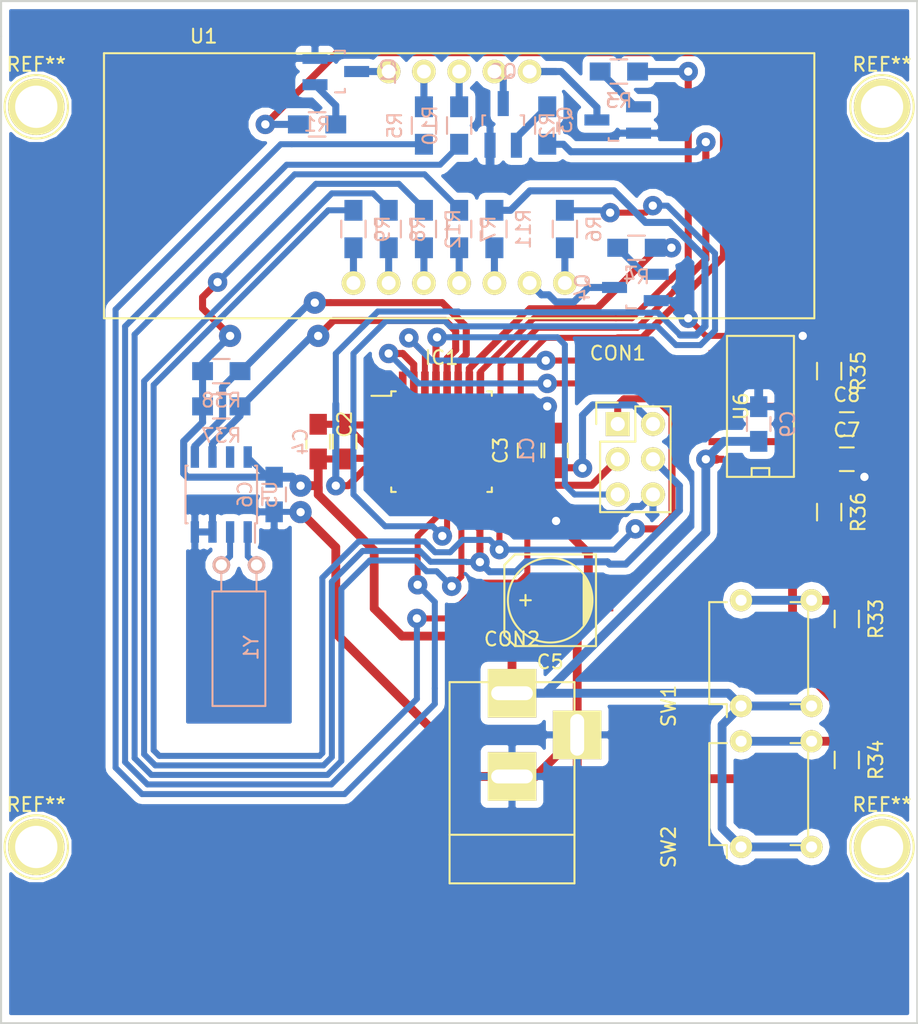
<source format=kicad_pcb>
(kicad_pcb (version 4) (host pcbnew "(2015-12-07 BZR 6352)-product")

  (general
    (links 95)
    (no_connects 0)
    (area -0.075001 -73.735001 66.115001 0.075001)
    (thickness 1.6)
    (drawings 6)
    (tracks 482)
    (zones 0)
    (modules 44)
    (nets 57)
  )

  (page A4)
  (layers
    (0 F.Cu signal)
    (31 B.Cu signal)
    (32 B.Adhes user hide)
    (33 F.Adhes user hide)
    (34 B.Paste user hide)
    (35 F.Paste user hide)
    (36 B.SilkS user)
    (37 F.SilkS user)
    (38 B.Mask user)
    (39 F.Mask user)
    (40 Dwgs.User user hide)
    (41 Cmts.User user hide)
    (42 Eco1.User user hide)
    (43 Eco2.User user hide)
    (44 Edge.Cuts user)
    (45 Margin user)
    (46 B.CrtYd user)
    (47 F.CrtYd user)
    (48 B.Fab user)
    (49 F.Fab user)
  )

  (setup
    (last_trace_width 0.508)
    (user_trace_width 0.508)
    (user_trace_width 0.635)
    (user_trace_width 1.27)
    (trace_clearance 0.25)
    (zone_clearance 0.508)
    (zone_45_only yes)
    (trace_min 0)
    (segment_width 0.2)
    (edge_width 0.15)
    (via_size 1.6)
    (via_drill 0.6)
    (via_min_size 0.4)
    (via_min_drill 0.3)
    (uvia_size 0.3)
    (uvia_drill 0.1)
    (uvias_allowed no)
    (uvia_min_size 0)
    (uvia_min_drill 0)
    (pcb_text_width 0.3)
    (pcb_text_size 1.5 1.5)
    (mod_edge_width 0.15)
    (mod_text_size 1 1)
    (mod_text_width 0.15)
    (pad_size 1.524 1.524)
    (pad_drill 0.762)
    (pad_to_mask_clearance 0.2)
    (aux_axis_origin 0 0)
    (visible_elements FFFFFF7F)
    (pcbplotparams
      (layerselection 0x00030_80000001)
      (usegerberextensions false)
      (excludeedgelayer true)
      (linewidth 0.100000)
      (plotframeref false)
      (viasonmask false)
      (mode 1)
      (useauxorigin false)
      (hpglpennumber 1)
      (hpglpenspeed 20)
      (hpglpendiameter 15)
      (hpglpenoverlay 2)
      (psnegative false)
      (psa4output false)
      (plotreference true)
      (plotvalue true)
      (plotinvisibletext false)
      (padsonsilk false)
      (subtractmaskfromsilk false)
      (outputformat 1)
      (mirror false)
      (drillshape 1)
      (scaleselection 1)
      (outputdirectory ""))
  )

  (net 0 "")
  (net 1 +5V)
  (net 2 GND)
  (net 3 "Net-(C7-Pad1)")
  (net 4 "Net-(C8-Pad1)")
  (net 5 MISO)
  (net 6 SCK)
  (net 7 MOSI)
  (net 8 RST)
  (net 9 "Net-(IC1-Pad1)")
  (net 10 "Net-(IC1-Pad2)")
  (net 11 /7)
  (net 12 "Net-(IC1-Pad8)")
  (net 13 "Net-(IC1-Pad9)")
  (net 14 "Net-(IC1-Pad10)")
  (net 15 "Net-(IC1-Pad11)")
  (net 16 /1)
  (net 17 /2)
  (net 18 /3)
  (net 19 "Net-(IC1-Pad19)")
  (net 20 "Net-(IC1-Pad22)")
  (net 21 "Net-(IC1-Pad23)")
  (net 22 "Net-(IC1-Pad24)")
  (net 23 "Net-(IC1-Pad25)")
  (net 24 "Net-(IC1-Pad26)")
  (net 25 SDA)
  (net 26 SCL)
  (net 27 Button1)
  (net 28 Button2)
  (net 29 "Net-(IC1-Pad32)")
  (net 30 "Net-(Q1-Pad1)")
  (net 31 "Net-(Q2-Pad1)")
  (net 32 "Net-(Q3-Pad1)")
  (net 33 "Net-(Q4-Pad1)")
  (net 34 "Net-(R5-Pad1)")
  (net 35 "Net-(R6-Pad1)")
  (net 36 "Net-(R7-Pad1)")
  (net 37 "Net-(R8-Pad1)")
  (net 38 "Net-(R9-Pad1)")
  (net 39 "Net-(R10-Pad1)")
  (net 40 "Net-(R11-Pad1)")
  (net 41 "Net-(R12-Pad1)")
  (net 42 "Net-(R33-Pad1)")
  (net 43 "Net-(R34-Pad1)")
  (net 44 "Net-(U5-Pad1)")
  (net 45 "Net-(U5-Pad2)")
  (net 46 "Net-(U5-Pad7)")
  (net 47 "Net-(U6-Pad11)")
  (net 48 "Net-(U6-Pad13)")
  (net 49 "Net-(U6-Pad5)")
  (net 50 "Net-(U6-Pad6)")
  (net 51 "Net-(U6-Pad8)")
  (net 52 "Net-(U6-Pad9)")
  (net 53 "Net-(Q1-Pad3)")
  (net 54 "Net-(Q2-Pad3)")
  (net 55 "Net-(Q3-Pad3)")
  (net 56 "Net-(Q4-Pad3)")

  (net_class Default "This is the default net class."
    (clearance 0.25)
    (trace_width 0.4318)
    (via_dia 1.6)
    (via_drill 0.6)
    (uvia_dia 0.3)
    (uvia_drill 0.1)
    (add_net +5V)
    (add_net /1)
    (add_net /2)
    (add_net /3)
    (add_net /7)
    (add_net Button1)
    (add_net Button2)
    (add_net GND)
    (add_net MISO)
    (add_net MOSI)
    (add_net "Net-(C7-Pad1)")
    (add_net "Net-(C8-Pad1)")
    (add_net "Net-(IC1-Pad1)")
    (add_net "Net-(IC1-Pad10)")
    (add_net "Net-(IC1-Pad11)")
    (add_net "Net-(IC1-Pad19)")
    (add_net "Net-(IC1-Pad2)")
    (add_net "Net-(IC1-Pad22)")
    (add_net "Net-(IC1-Pad23)")
    (add_net "Net-(IC1-Pad24)")
    (add_net "Net-(IC1-Pad25)")
    (add_net "Net-(IC1-Pad26)")
    (add_net "Net-(IC1-Pad32)")
    (add_net "Net-(IC1-Pad8)")
    (add_net "Net-(IC1-Pad9)")
    (add_net "Net-(Q1-Pad1)")
    (add_net "Net-(Q1-Pad3)")
    (add_net "Net-(Q2-Pad1)")
    (add_net "Net-(Q2-Pad3)")
    (add_net "Net-(Q3-Pad1)")
    (add_net "Net-(Q3-Pad3)")
    (add_net "Net-(Q4-Pad1)")
    (add_net "Net-(Q4-Pad3)")
    (add_net "Net-(R10-Pad1)")
    (add_net "Net-(R11-Pad1)")
    (add_net "Net-(R12-Pad1)")
    (add_net "Net-(R33-Pad1)")
    (add_net "Net-(R34-Pad1)")
    (add_net "Net-(R5-Pad1)")
    (add_net "Net-(R6-Pad1)")
    (add_net "Net-(R7-Pad1)")
    (add_net "Net-(R8-Pad1)")
    (add_net "Net-(R9-Pad1)")
    (add_net "Net-(U5-Pad1)")
    (add_net "Net-(U5-Pad2)")
    (add_net "Net-(U5-Pad7)")
    (add_net "Net-(U6-Pad11)")
    (add_net "Net-(U6-Pad13)")
    (add_net "Net-(U6-Pad5)")
    (add_net "Net-(U6-Pad6)")
    (add_net "Net-(U6-Pad8)")
    (add_net "Net-(U6-Pad9)")
    (add_net RST)
    (add_net SCK)
    (add_net SCL)
    (add_net SDA)
  )

  (module Housings_QFP:TQFP-32_7x7mm_Pitch0.8mm (layer F.Cu) (tedit 54130A77) (tstamp 56BAB976)
    (at 31.75 -41.91)
    (descr "32-Lead Plastic Thin Quad Flatpack (PT) - 7x7x1.0 mm Body, 2.00 mm [TQFP] (see Microchip Packaging Specification 00000049BS.pdf)")
    (tags "QFP 0.8")
    (path /56BAAF76)
    (attr smd)
    (fp_text reference IC1 (at 0 -6.05) (layer F.SilkS)
      (effects (font (size 1 1) (thickness 0.15)))
    )
    (fp_text value ATMEGA328P-A (at 0 6.05) (layer F.Fab)
      (effects (font (size 1 1) (thickness 0.15)))
    )
    (fp_line (start -5.3 -5.3) (end -5.3 5.3) (layer F.CrtYd) (width 0.05))
    (fp_line (start 5.3 -5.3) (end 5.3 5.3) (layer F.CrtYd) (width 0.05))
    (fp_line (start -5.3 -5.3) (end 5.3 -5.3) (layer F.CrtYd) (width 0.05))
    (fp_line (start -5.3 5.3) (end 5.3 5.3) (layer F.CrtYd) (width 0.05))
    (fp_line (start -3.625 -3.625) (end -3.625 -3.3) (layer F.SilkS) (width 0.15))
    (fp_line (start 3.625 -3.625) (end 3.625 -3.3) (layer F.SilkS) (width 0.15))
    (fp_line (start 3.625 3.625) (end 3.625 3.3) (layer F.SilkS) (width 0.15))
    (fp_line (start -3.625 3.625) (end -3.625 3.3) (layer F.SilkS) (width 0.15))
    (fp_line (start -3.625 -3.625) (end -3.3 -3.625) (layer F.SilkS) (width 0.15))
    (fp_line (start -3.625 3.625) (end -3.3 3.625) (layer F.SilkS) (width 0.15))
    (fp_line (start 3.625 3.625) (end 3.3 3.625) (layer F.SilkS) (width 0.15))
    (fp_line (start 3.625 -3.625) (end 3.3 -3.625) (layer F.SilkS) (width 0.15))
    (fp_line (start -3.625 -3.3) (end -5.05 -3.3) (layer F.SilkS) (width 0.15))
    (pad 1 smd rect (at -4.25 -2.8) (size 1.6 0.55) (layers F.Cu F.Paste F.Mask)
      (net 9 "Net-(IC1-Pad1)"))
    (pad 2 smd rect (at -4.25 -2) (size 1.6 0.55) (layers F.Cu F.Paste F.Mask)
      (net 10 "Net-(IC1-Pad2)"))
    (pad 3 smd rect (at -4.25 -1.2) (size 1.6 0.55) (layers F.Cu F.Paste F.Mask)
      (net 2 GND))
    (pad 4 smd rect (at -4.25 -0.4) (size 1.6 0.55) (layers F.Cu F.Paste F.Mask)
      (net 1 +5V))
    (pad 5 smd rect (at -4.25 0.4) (size 1.6 0.55) (layers F.Cu F.Paste F.Mask)
      (net 2 GND))
    (pad 6 smd rect (at -4.25 1.2) (size 1.6 0.55) (layers F.Cu F.Paste F.Mask)
      (net 1 +5V))
    (pad 7 smd rect (at -4.25 2) (size 1.6 0.55) (layers F.Cu F.Paste F.Mask)
      (net 11 /7))
    (pad 8 smd rect (at -4.25 2.8) (size 1.6 0.55) (layers F.Cu F.Paste F.Mask)
      (net 12 "Net-(IC1-Pad8)"))
    (pad 9 smd rect (at -2.8 4.25 90) (size 1.6 0.55) (layers F.Cu F.Paste F.Mask)
      (net 13 "Net-(IC1-Pad9)"))
    (pad 10 smd rect (at -2 4.25 90) (size 1.6 0.55) (layers F.Cu F.Paste F.Mask)
      (net 14 "Net-(IC1-Pad10)"))
    (pad 11 smd rect (at -1.2 4.25 90) (size 1.6 0.55) (layers F.Cu F.Paste F.Mask)
      (net 15 "Net-(IC1-Pad11)"))
    (pad 12 smd rect (at -0.4 4.25 90) (size 1.6 0.55) (layers F.Cu F.Paste F.Mask)
      (net 16 /1))
    (pad 13 smd rect (at 0.4 4.25 90) (size 1.6 0.55) (layers F.Cu F.Paste F.Mask)
      (net 17 /2))
    (pad 14 smd rect (at 1.2 4.25 90) (size 1.6 0.55) (layers F.Cu F.Paste F.Mask)
      (net 18 /3))
    (pad 15 smd rect (at 2 4.25 90) (size 1.6 0.55) (layers F.Cu F.Paste F.Mask)
      (net 7 MOSI))
    (pad 16 smd rect (at 2.8 4.25 90) (size 1.6 0.55) (layers F.Cu F.Paste F.Mask)
      (net 5 MISO))
    (pad 17 smd rect (at 4.25 2.8) (size 1.6 0.55) (layers F.Cu F.Paste F.Mask)
      (net 6 SCK))
    (pad 18 smd rect (at 4.25 2) (size 1.6 0.55) (layers F.Cu F.Paste F.Mask)
      (net 1 +5V))
    (pad 19 smd rect (at 4.25 1.2) (size 1.6 0.55) (layers F.Cu F.Paste F.Mask)
      (net 19 "Net-(IC1-Pad19)"))
    (pad 20 smd rect (at 4.25 0.4) (size 1.6 0.55) (layers F.Cu F.Paste F.Mask)
      (net 1 +5V))
    (pad 21 smd rect (at 4.25 -0.4) (size 1.6 0.55) (layers F.Cu F.Paste F.Mask)
      (net 2 GND))
    (pad 22 smd rect (at 4.25 -1.2) (size 1.6 0.55) (layers F.Cu F.Paste F.Mask)
      (net 20 "Net-(IC1-Pad22)"))
    (pad 23 smd rect (at 4.25 -2) (size 1.6 0.55) (layers F.Cu F.Paste F.Mask)
      (net 21 "Net-(IC1-Pad23)"))
    (pad 24 smd rect (at 4.25 -2.8) (size 1.6 0.55) (layers F.Cu F.Paste F.Mask)
      (net 22 "Net-(IC1-Pad24)"))
    (pad 25 smd rect (at 2.8 -4.25 90) (size 1.6 0.55) (layers F.Cu F.Paste F.Mask)
      (net 23 "Net-(IC1-Pad25)"))
    (pad 26 smd rect (at 2 -4.25 90) (size 1.6 0.55) (layers F.Cu F.Paste F.Mask)
      (net 24 "Net-(IC1-Pad26)"))
    (pad 27 smd rect (at 1.2 -4.25 90) (size 1.6 0.55) (layers F.Cu F.Paste F.Mask)
      (net 25 SDA))
    (pad 28 smd rect (at 0.4 -4.25 90) (size 1.6 0.55) (layers F.Cu F.Paste F.Mask)
      (net 26 SCL))
    (pad 29 smd rect (at -0.4 -4.25 90) (size 1.6 0.55) (layers F.Cu F.Paste F.Mask)
      (net 8 RST))
    (pad 30 smd rect (at -1.2 -4.25 90) (size 1.6 0.55) (layers F.Cu F.Paste F.Mask)
      (net 27 Button1))
    (pad 31 smd rect (at -2 -4.25 90) (size 1.6 0.55) (layers F.Cu F.Paste F.Mask)
      (net 28 Button2))
    (pad 32 smd rect (at -2.8 -4.25 90) (size 1.6 0.55) (layers F.Cu F.Paste F.Mask)
      (net 29 "Net-(IC1-Pad32)"))
    (model Housings_QFP.3dshapes/TQFP-32_7x7mm_Pitch0.8mm.wrl
      (at (xyz 0 0 0))
      (scale (xyz 1 1 1))
      (rotate (xyz 0 0 0))
    )
  )

  (module Housings_SOIC:SOIC-8_3.9x4.9mm_Pitch1.27mm (layer B.Cu) (tedit 54130A77) (tstamp 56BABABE)
    (at 15.875 -38.1 90)
    (descr "8-Lead Plastic Small Outline (SN) - Narrow, 3.90 mm Body [SOIC] (see Microchip Packaging Specification 00000049BS.pdf)")
    (tags "SOIC 1.27")
    (path /56BB37DF/56BB53FE)
    (attr smd)
    (fp_text reference U5 (at 0 3.5 90) (layer B.SilkS)
      (effects (font (size 1 1) (thickness 0.15)) (justify mirror))
    )
    (fp_text value DS1307 (at 0 -3.5 90) (layer B.Fab)
      (effects (font (size 1 1) (thickness 0.15)) (justify mirror))
    )
    (fp_line (start -3.75 2.75) (end -3.75 -2.75) (layer B.CrtYd) (width 0.05))
    (fp_line (start 3.75 2.75) (end 3.75 -2.75) (layer B.CrtYd) (width 0.05))
    (fp_line (start -3.75 2.75) (end 3.75 2.75) (layer B.CrtYd) (width 0.05))
    (fp_line (start -3.75 -2.75) (end 3.75 -2.75) (layer B.CrtYd) (width 0.05))
    (fp_line (start -2.075 2.575) (end -2.075 2.43) (layer B.SilkS) (width 0.15))
    (fp_line (start 2.075 2.575) (end 2.075 2.43) (layer B.SilkS) (width 0.15))
    (fp_line (start 2.075 -2.575) (end 2.075 -2.43) (layer B.SilkS) (width 0.15))
    (fp_line (start -2.075 -2.575) (end -2.075 -2.43) (layer B.SilkS) (width 0.15))
    (fp_line (start -2.075 2.575) (end 2.075 2.575) (layer B.SilkS) (width 0.15))
    (fp_line (start -2.075 -2.575) (end 2.075 -2.575) (layer B.SilkS) (width 0.15))
    (fp_line (start -2.075 2.43) (end -3.475 2.43) (layer B.SilkS) (width 0.15))
    (pad 1 smd rect (at -2.7 1.905 90) (size 1.55 0.6) (layers B.Cu B.Paste B.Mask)
      (net 44 "Net-(U5-Pad1)"))
    (pad 2 smd rect (at -2.7 0.635 90) (size 1.55 0.6) (layers B.Cu B.Paste B.Mask)
      (net 45 "Net-(U5-Pad2)"))
    (pad 3 smd rect (at -2.7 -0.635 90) (size 1.55 0.6) (layers B.Cu B.Paste B.Mask)
      (net 2 GND))
    (pad 4 smd rect (at -2.7 -1.905 90) (size 1.55 0.6) (layers B.Cu B.Paste B.Mask)
      (net 2 GND))
    (pad 5 smd rect (at 2.7 -1.905 90) (size 1.55 0.6) (layers B.Cu B.Paste B.Mask)
      (net 25 SDA))
    (pad 6 smd rect (at 2.7 -0.635 90) (size 1.55 0.6) (layers B.Cu B.Paste B.Mask)
      (net 26 SCL))
    (pad 7 smd rect (at 2.7 0.635 90) (size 1.55 0.6) (layers B.Cu B.Paste B.Mask)
      (net 46 "Net-(U5-Pad7)"))
    (pad 8 smd rect (at 2.7 1.905 90) (size 1.55 0.6) (layers B.Cu B.Paste B.Mask)
      (net 1 +5V))
    (model Housings_SOIC.3dshapes/SOIC-8_3.9x4.9mm_Pitch1.27mm.wrl
      (at (xyz 0 0 0))
      (scale (xyz 1 1 1))
      (rotate (xyz 0 0 0))
    )
  )

  (module Resistors_SMD:R_0805_HandSoldering (layer B.Cu) (tedit 54189DEE) (tstamp 56BAB9A4)
    (at 44.53 -68.58)
    (descr "Resistor SMD 0805, hand soldering")
    (tags "resistor 0805")
    (path /56BAF96D)
    (attr smd)
    (fp_text reference R3 (at 0 2.1) (layer B.SilkS)
      (effects (font (size 1 1) (thickness 0.15)) (justify mirror))
    )
    (fp_text value 1k (at 0 -2.1) (layer B.Fab)
      (effects (font (size 1 1) (thickness 0.15)) (justify mirror))
    )
    (fp_line (start -2.4 1) (end 2.4 1) (layer B.CrtYd) (width 0.05))
    (fp_line (start -2.4 -1) (end 2.4 -1) (layer B.CrtYd) (width 0.05))
    (fp_line (start -2.4 1) (end -2.4 -1) (layer B.CrtYd) (width 0.05))
    (fp_line (start 2.4 1) (end 2.4 -1) (layer B.CrtYd) (width 0.05))
    (fp_line (start 0.6 -0.875) (end -0.6 -0.875) (layer B.SilkS) (width 0.15))
    (fp_line (start -0.6 0.875) (end 0.6 0.875) (layer B.SilkS) (width 0.15))
    (pad 1 smd rect (at -1.35 0) (size 1.5 1.3) (layers B.Cu B.Paste B.Mask)
      (net 32 "Net-(Q3-Pad1)"))
    (pad 2 smd rect (at 1.35 0) (size 1.5 1.3) (layers B.Cu B.Paste B.Mask)
      (net 23 "Net-(IC1-Pad25)"))
    (model Resistors_SMD.3dshapes/R_0805_HandSoldering.wrl
      (at (xyz 0 0 0))
      (scale (xyz 1 1 1))
      (rotate (xyz 0 0 0))
    )
  )

  (module Capacitors_SMD:C_0805_HandSoldering (layer F.Cu) (tedit 541A9B8D) (tstamp 56BAB917)
    (at 40.005 -41.275 90)
    (descr "Capacitor SMD 0805, hand soldering")
    (tags "capacitor 0805")
    (path /56BB3D83)
    (attr smd)
    (fp_text reference C1 (at 0 -2.1 90) (layer B.SilkS)
      (effects (font (size 1 1) (thickness 0.15)) (justify mirror))
    )
    (fp_text value .1u (at 0 2.1 90) (layer F.Fab)
      (effects (font (size 1 1) (thickness 0.15)))
    )
    (fp_line (start -2.3 -1) (end 2.3 -1) (layer F.CrtYd) (width 0.05))
    (fp_line (start -2.3 1) (end 2.3 1) (layer F.CrtYd) (width 0.05))
    (fp_line (start -2.3 -1) (end -2.3 1) (layer F.CrtYd) (width 0.05))
    (fp_line (start 2.3 -1) (end 2.3 1) (layer F.CrtYd) (width 0.05))
    (fp_line (start 0.5 -0.85) (end -0.5 -0.85) (layer F.SilkS) (width 0.15))
    (fp_line (start -0.5 0.85) (end 0.5 0.85) (layer F.SilkS) (width 0.15))
    (pad 1 smd rect (at -1.25 0 90) (size 1.5 1.25) (layers F.Cu F.Paste F.Mask)
      (net 1 +5V))
    (pad 2 smd rect (at 1.25 0 90) (size 1.5 1.25) (layers F.Cu F.Paste F.Mask)
      (net 2 GND))
    (model Capacitors_SMD.3dshapes/C_0805_HandSoldering.wrl
      (at (xyz 0 0 0))
      (scale (xyz 1 1 1))
      (rotate (xyz 0 0 0))
    )
  )

  (module Capacitors_SMD:C_0805_HandSoldering (layer F.Cu) (tedit 541A9B8D) (tstamp 56BAB91D)
    (at 24.765 -41.91 90)
    (descr "Capacitor SMD 0805, hand soldering")
    (tags "capacitor 0805")
    (path /56BB4250)
    (attr smd)
    (fp_text reference C2 (at 1.25 0 90) (layer F.SilkS)
      (effects (font (size 1 1) (thickness 0.15)))
    )
    (fp_text value .1u (at 0 2.1 90) (layer F.Fab)
      (effects (font (size 1 1) (thickness 0.15)))
    )
    (fp_line (start -2.3 -1) (end 2.3 -1) (layer F.CrtYd) (width 0.05))
    (fp_line (start -2.3 1) (end 2.3 1) (layer F.CrtYd) (width 0.05))
    (fp_line (start -2.3 -1) (end -2.3 1) (layer F.CrtYd) (width 0.05))
    (fp_line (start 2.3 -1) (end 2.3 1) (layer F.CrtYd) (width 0.05))
    (fp_line (start 0.5 -0.85) (end -0.5 -0.85) (layer F.SilkS) (width 0.15))
    (fp_line (start -0.5 0.85) (end 0.5 0.85) (layer F.SilkS) (width 0.15))
    (pad 1 smd rect (at -1.25 0 90) (size 1.5 1.25) (layers F.Cu F.Paste F.Mask)
      (net 1 +5V))
    (pad 2 smd rect (at 1.25 0 90) (size 1.5 1.25) (layers F.Cu F.Paste F.Mask)
      (net 2 GND))
    (model Capacitors_SMD.3dshapes/C_0805_HandSoldering.wrl
      (at (xyz 0 0 0))
      (scale (xyz 1 1 1))
      (rotate (xyz 0 0 0))
    )
  )

  (module Capacitors_SMD:C_0805_HandSoldering (layer F.Cu) (tedit 541A9B8D) (tstamp 56BAB923)
    (at 38.1 -41.275 90)
    (descr "Capacitor SMD 0805, hand soldering")
    (tags "capacitor 0805")
    (path /56BB42F7)
    (attr smd)
    (fp_text reference C3 (at 0 -2.1 90) (layer F.SilkS)
      (effects (font (size 1 1) (thickness 0.15)))
    )
    (fp_text value 10n (at 0 2.1 90) (layer F.Fab)
      (effects (font (size 1 1) (thickness 0.15)))
    )
    (fp_line (start -2.3 -1) (end 2.3 -1) (layer F.CrtYd) (width 0.05))
    (fp_line (start -2.3 1) (end 2.3 1) (layer F.CrtYd) (width 0.05))
    (fp_line (start -2.3 -1) (end -2.3 1) (layer F.CrtYd) (width 0.05))
    (fp_line (start 2.3 -1) (end 2.3 1) (layer F.CrtYd) (width 0.05))
    (fp_line (start 0.5 -0.85) (end -0.5 -0.85) (layer F.SilkS) (width 0.15))
    (fp_line (start -0.5 0.85) (end 0.5 0.85) (layer F.SilkS) (width 0.15))
    (pad 1 smd rect (at -1.25 0 90) (size 1.5 1.25) (layers F.Cu F.Paste F.Mask)
      (net 1 +5V))
    (pad 2 smd rect (at 1.25 0 90) (size 1.5 1.25) (layers F.Cu F.Paste F.Mask)
      (net 2 GND))
    (model Capacitors_SMD.3dshapes/C_0805_HandSoldering.wrl
      (at (xyz 0 0 0))
      (scale (xyz 1 1 1))
      (rotate (xyz 0 0 0))
    )
  )

  (module Capacitors_SMD:C_0805_HandSoldering (layer F.Cu) (tedit 541A9B8D) (tstamp 56BAB929)
    (at 22.86 -41.91 90)
    (descr "Capacitor SMD 0805, hand soldering")
    (tags "capacitor 0805")
    (path /56BB4397)
    (attr smd)
    (fp_text reference C4 (at 0 -1.27 90) (layer B.SilkS)
      (effects (font (size 1 1) (thickness 0.15)) (justify mirror))
    )
    (fp_text value 10n (at 0 2.1 90) (layer F.Fab)
      (effects (font (size 1 1) (thickness 0.15)))
    )
    (fp_line (start -2.3 -1) (end 2.3 -1) (layer F.CrtYd) (width 0.05))
    (fp_line (start -2.3 1) (end 2.3 1) (layer F.CrtYd) (width 0.05))
    (fp_line (start -2.3 -1) (end -2.3 1) (layer F.CrtYd) (width 0.05))
    (fp_line (start 2.3 -1) (end 2.3 1) (layer F.CrtYd) (width 0.05))
    (fp_line (start 0.5 -0.85) (end -0.5 -0.85) (layer F.SilkS) (width 0.15))
    (fp_line (start -0.5 0.85) (end 0.5 0.85) (layer F.SilkS) (width 0.15))
    (pad 1 smd rect (at -1.25 0 90) (size 1.5 1.25) (layers F.Cu F.Paste F.Mask)
      (net 1 +5V))
    (pad 2 smd rect (at 1.25 0 90) (size 1.5 1.25) (layers F.Cu F.Paste F.Mask)
      (net 2 GND))
    (model Capacitors_SMD.3dshapes/C_0805_HandSoldering.wrl
      (at (xyz 0 0 0))
      (scale (xyz 1 1 1))
      (rotate (xyz 0 0 0))
    )
  )

  (module Capacitors_SMD:c_elec_6.3x5.3 (layer F.Cu) (tedit 55725E31) (tstamp 56BAB92F)
    (at 39.58082 -30.48 180)
    (descr "SMT capacitor, aluminium electrolytic, 6.3x5.3")
    (path /56BAB1DF/56BAB3AF)
    (attr smd)
    (fp_text reference C5 (at 0 -4.445 180) (layer F.SilkS)
      (effects (font (size 1 1) (thickness 0.15)))
    )
    (fp_text value 100u (at 0 4.445 180) (layer F.Fab)
      (effects (font (size 1 1) (thickness 0.15)))
    )
    (fp_line (start -4.85 -3.65) (end 4.85 -3.65) (layer F.CrtYd) (width 0.05))
    (fp_line (start 4.85 -3.65) (end 4.85 3.65) (layer F.CrtYd) (width 0.05))
    (fp_line (start 4.85 3.65) (end -4.85 3.65) (layer F.CrtYd) (width 0.05))
    (fp_line (start -4.85 3.65) (end -4.85 -3.65) (layer F.CrtYd) (width 0.05))
    (fp_line (start -2.921 -0.762) (end -2.921 0.762) (layer F.SilkS) (width 0.15))
    (fp_line (start -2.794 1.143) (end -2.794 -1.143) (layer F.SilkS) (width 0.15))
    (fp_line (start -2.667 -1.397) (end -2.667 1.397) (layer F.SilkS) (width 0.15))
    (fp_line (start -2.54 1.651) (end -2.54 -1.651) (layer F.SilkS) (width 0.15))
    (fp_line (start -2.413 -1.778) (end -2.413 1.778) (layer F.SilkS) (width 0.15))
    (fp_line (start -3.302 -3.302) (end -3.302 3.302) (layer F.SilkS) (width 0.15))
    (fp_line (start -3.302 3.302) (end 2.54 3.302) (layer F.SilkS) (width 0.15))
    (fp_line (start 2.54 3.302) (end 3.302 2.54) (layer F.SilkS) (width 0.15))
    (fp_line (start 3.302 2.54) (end 3.302 -2.54) (layer F.SilkS) (width 0.15))
    (fp_line (start 3.302 -2.54) (end 2.54 -3.302) (layer F.SilkS) (width 0.15))
    (fp_line (start 2.54 -3.302) (end -3.302 -3.302) (layer F.SilkS) (width 0.15))
    (fp_line (start 2.159 0) (end 1.397 0) (layer F.SilkS) (width 0.15))
    (fp_line (start 1.778 -0.381) (end 1.778 0.381) (layer F.SilkS) (width 0.15))
    (fp_circle (center 0 0) (end -3.048 0) (layer F.SilkS) (width 0.15))
    (pad 1 smd rect (at 2.75082 0 180) (size 3.59918 1.6002) (layers F.Cu F.Paste F.Mask)
      (net 1 +5V))
    (pad 2 smd rect (at -2.75082 0 180) (size 3.59918 1.6002) (layers F.Cu F.Paste F.Mask)
      (net 2 GND))
    (model Capacitors_SMD.3dshapes/c_elec_6.3x5.3.wrl
      (at (xyz 0 0 0))
      (scale (xyz 1 1 1))
      (rotate (xyz 0 0 0))
    )
  )

  (module Capacitors_SMD:C_0805_HandSoldering (layer B.Cu) (tedit 541A9B8D) (tstamp 56BAB935)
    (at 19.685 -38.1 270)
    (descr "Capacitor SMD 0805, hand soldering")
    (tags "capacitor 0805")
    (path /56BB37DF/56BB5767)
    (attr smd)
    (fp_text reference C6 (at 0 2.1 270) (layer B.SilkS)
      (effects (font (size 1 1) (thickness 0.15)) (justify mirror))
    )
    (fp_text value .1u (at 0 -2.1 270) (layer B.Fab)
      (effects (font (size 1 1) (thickness 0.15)) (justify mirror))
    )
    (fp_line (start -2.3 1) (end 2.3 1) (layer B.CrtYd) (width 0.05))
    (fp_line (start -2.3 -1) (end 2.3 -1) (layer B.CrtYd) (width 0.05))
    (fp_line (start -2.3 1) (end -2.3 -1) (layer B.CrtYd) (width 0.05))
    (fp_line (start 2.3 1) (end 2.3 -1) (layer B.CrtYd) (width 0.05))
    (fp_line (start 0.5 0.85) (end -0.5 0.85) (layer B.SilkS) (width 0.15))
    (fp_line (start -0.5 -0.85) (end 0.5 -0.85) (layer B.SilkS) (width 0.15))
    (pad 1 smd rect (at -1.25 0 270) (size 1.5 1.25) (layers B.Cu B.Paste B.Mask)
      (net 1 +5V))
    (pad 2 smd rect (at 1.25 0 270) (size 1.5 1.25) (layers B.Cu B.Paste B.Mask)
      (net 2 GND))
    (model Capacitors_SMD.3dshapes/C_0805_HandSoldering.wrl
      (at (xyz 0 0 0))
      (scale (xyz 1 1 1))
      (rotate (xyz 0 0 0))
    )
  )

  (module Capacitors_SMD:C_0805_HandSoldering (layer F.Cu) (tedit 541A9B8D) (tstamp 56BAB93B)
    (at 60.96 -40.64)
    (descr "Capacitor SMD 0805, hand soldering")
    (tags "capacitor 0805")
    (path /56BB633F/56BB82C9)
    (attr smd)
    (fp_text reference C7 (at 0 -2.1) (layer F.SilkS)
      (effects (font (size 1 1) (thickness 0.15)))
    )
    (fp_text value .47u (at 0 2.1) (layer F.Fab)
      (effects (font (size 1 1) (thickness 0.15)))
    )
    (fp_line (start -2.3 -1) (end 2.3 -1) (layer F.CrtYd) (width 0.05))
    (fp_line (start -2.3 1) (end 2.3 1) (layer F.CrtYd) (width 0.05))
    (fp_line (start -2.3 -1) (end -2.3 1) (layer F.CrtYd) (width 0.05))
    (fp_line (start 2.3 -1) (end 2.3 1) (layer F.CrtYd) (width 0.05))
    (fp_line (start 0.5 -0.85) (end -0.5 -0.85) (layer F.SilkS) (width 0.15))
    (fp_line (start -0.5 0.85) (end 0.5 0.85) (layer F.SilkS) (width 0.15))
    (pad 1 smd rect (at -1.25 0) (size 1.5 1.25) (layers F.Cu F.Paste F.Mask)
      (net 3 "Net-(C7-Pad1)"))
    (pad 2 smd rect (at 1.25 0) (size 1.5 1.25) (layers F.Cu F.Paste F.Mask)
      (net 2 GND))
    (model Capacitors_SMD.3dshapes/C_0805_HandSoldering.wrl
      (at (xyz 0 0 0))
      (scale (xyz 1 1 1))
      (rotate (xyz 0 0 0))
    )
  )

  (module Capacitors_SMD:C_0805_HandSoldering (layer F.Cu) (tedit 541A9B8D) (tstamp 56BAB941)
    (at 60.96 -43.18)
    (descr "Capacitor SMD 0805, hand soldering")
    (tags "capacitor 0805")
    (path /56BB633F/56BB81D1)
    (attr smd)
    (fp_text reference C8 (at 0 -2.1) (layer F.SilkS)
      (effects (font (size 1 1) (thickness 0.15)))
    )
    (fp_text value .47u (at 0 2.1) (layer F.Fab)
      (effects (font (size 1 1) (thickness 0.15)))
    )
    (fp_line (start -2.3 -1) (end 2.3 -1) (layer F.CrtYd) (width 0.05))
    (fp_line (start -2.3 1) (end 2.3 1) (layer F.CrtYd) (width 0.05))
    (fp_line (start -2.3 -1) (end -2.3 1) (layer F.CrtYd) (width 0.05))
    (fp_line (start 2.3 -1) (end 2.3 1) (layer F.CrtYd) (width 0.05))
    (fp_line (start 0.5 -0.85) (end -0.5 -0.85) (layer F.SilkS) (width 0.15))
    (fp_line (start -0.5 0.85) (end 0.5 0.85) (layer F.SilkS) (width 0.15))
    (pad 1 smd rect (at -1.25 0) (size 1.5 1.25) (layers F.Cu F.Paste F.Mask)
      (net 4 "Net-(C8-Pad1)"))
    (pad 2 smd rect (at 1.25 0) (size 1.5 1.25) (layers F.Cu F.Paste F.Mask)
      (net 2 GND))
    (model Capacitors_SMD.3dshapes/C_0805_HandSoldering.wrl
      (at (xyz 0 0 0))
      (scale (xyz 1 1 1))
      (rotate (xyz 0 0 0))
    )
  )

  (module Pin_Headers:Pin_Header_Straight_2x03 (layer F.Cu) (tedit 54EA0A4B) (tstamp 56BAB94B)
    (at 44.45 -43.18)
    (descr "Through hole pin header")
    (tags "pin header")
    (path /56BB8F46)
    (fp_text reference CON1 (at 0 -5.1) (layer F.SilkS)
      (effects (font (size 1 1) (thickness 0.15)))
    )
    (fp_text value AVR-ISP-6 (at 0 -3.1) (layer F.Fab)
      (effects (font (size 1 1) (thickness 0.15)))
    )
    (fp_line (start -1.27 1.27) (end -1.27 6.35) (layer F.SilkS) (width 0.15))
    (fp_line (start -1.55 -1.55) (end 0 -1.55) (layer F.SilkS) (width 0.15))
    (fp_line (start -1.75 -1.75) (end -1.75 6.85) (layer F.CrtYd) (width 0.05))
    (fp_line (start 4.3 -1.75) (end 4.3 6.85) (layer F.CrtYd) (width 0.05))
    (fp_line (start -1.75 -1.75) (end 4.3 -1.75) (layer F.CrtYd) (width 0.05))
    (fp_line (start -1.75 6.85) (end 4.3 6.85) (layer F.CrtYd) (width 0.05))
    (fp_line (start 1.27 -1.27) (end 1.27 1.27) (layer F.SilkS) (width 0.15))
    (fp_line (start 1.27 1.27) (end -1.27 1.27) (layer F.SilkS) (width 0.15))
    (fp_line (start -1.27 6.35) (end 3.81 6.35) (layer F.SilkS) (width 0.15))
    (fp_line (start 3.81 6.35) (end 3.81 1.27) (layer F.SilkS) (width 0.15))
    (fp_line (start -1.55 -1.55) (end -1.55 0) (layer F.SilkS) (width 0.15))
    (fp_line (start 3.81 -1.27) (end 1.27 -1.27) (layer F.SilkS) (width 0.15))
    (fp_line (start 3.81 1.27) (end 3.81 -1.27) (layer F.SilkS) (width 0.15))
    (pad 1 thru_hole rect (at 0 0) (size 1.7272 1.7272) (drill 1.016) (layers *.Cu *.Mask F.SilkS)
      (net 5 MISO))
    (pad 2 thru_hole oval (at 2.54 0) (size 1.7272 1.7272) (drill 1.016) (layers *.Cu *.Mask F.SilkS)
      (net 1 +5V))
    (pad 3 thru_hole oval (at 0 2.54) (size 1.7272 1.7272) (drill 1.016) (layers *.Cu *.Mask F.SilkS)
      (net 6 SCK))
    (pad 4 thru_hole oval (at 2.54 2.54) (size 1.7272 1.7272) (drill 1.016) (layers *.Cu *.Mask F.SilkS)
      (net 7 MOSI))
    (pad 5 thru_hole oval (at 0 5.08) (size 1.7272 1.7272) (drill 1.016) (layers *.Cu *.Mask F.SilkS)
      (net 8 RST))
    (pad 6 thru_hole oval (at 2.54 5.08) (size 1.7272 1.7272) (drill 1.016) (layers *.Cu *.Mask F.SilkS)
      (net 2 GND))
    (model Pin_Headers.3dshapes/Pin_Header_Straight_2x03.wrl
      (at (xyz 0.05 -0.1 0))
      (scale (xyz 1 1 1))
      (rotate (xyz 0 0 90))
    )
  )

  (module Connect:BARREL_JACK (layer F.Cu) (tedit 0) (tstamp 56BAB952)
    (at 36.83 -17.57934 90)
    (descr "DC Barrel Jack")
    (tags "Power Jack")
    (path /56BAB1DF/56BAB1EB)
    (fp_text reference CON2 (at 10.09904 0 180) (layer F.SilkS)
      (effects (font (size 1 1) (thickness 0.15)))
    )
    (fp_text value BARREL_JACK (at 0 -5.99948 90) (layer F.Fab)
      (effects (font (size 1 1) (thickness 0.15)))
    )
    (fp_line (start -4.0005 -4.50088) (end -4.0005 4.50088) (layer F.SilkS) (width 0.15))
    (fp_line (start -7.50062 -4.50088) (end -7.50062 4.50088) (layer F.SilkS) (width 0.15))
    (fp_line (start -7.50062 4.50088) (end 7.00024 4.50088) (layer F.SilkS) (width 0.15))
    (fp_line (start 7.00024 4.50088) (end 7.00024 -4.50088) (layer F.SilkS) (width 0.15))
    (fp_line (start 7.00024 -4.50088) (end -7.50062 -4.50088) (layer F.SilkS) (width 0.15))
    (pad 1 thru_hole rect (at 6.20014 0 90) (size 3.50012 3.50012) (drill oval 1.00076 2.99974) (layers *.Cu *.Mask F.SilkS)
      (net 1 +5V))
    (pad 2 thru_hole rect (at 0.20066 0 90) (size 3.50012 3.50012) (drill oval 1.00076 2.99974) (layers *.Cu *.Mask F.SilkS)
      (net 2 GND))
    (pad 3 thru_hole rect (at 3.2004 4.699 90) (size 3.50012 3.50012) (drill oval 2.99974 1.00076) (layers *.Cu *.Mask F.SilkS)
      (net 2 GND))
  )

  (module TO_SOT_Packages_SMD:SOT-23_Handsoldering (layer B.Cu) (tedit 54E9291B) (tstamp 56BAB97D)
    (at 24.13 -68.58 90)
    (descr "SOT-23, Handsoldering")
    (tags SOT-23)
    (path /56C16CD1)
    (attr smd)
    (fp_text reference Q1 (at 0 3.81 90) (layer B.SilkS)
      (effects (font (size 1 1) (thickness 0.15)) (justify mirror))
    )
    (fp_text value Q_NPN_BEC (at 0 -3.81 90) (layer B.Fab)
      (effects (font (size 1 1) (thickness 0.15)) (justify mirror))
    )
    (fp_line (start -1.49982 -0.0508) (end -1.49982 0.65024) (layer B.SilkS) (width 0.15))
    (fp_line (start -1.49982 0.65024) (end -1.2509 0.65024) (layer B.SilkS) (width 0.15))
    (fp_line (start 1.29916 0.65024) (end 1.49982 0.65024) (layer B.SilkS) (width 0.15))
    (fp_line (start 1.49982 0.65024) (end 1.49982 -0.0508) (layer B.SilkS) (width 0.15))
    (pad 1 smd rect (at -0.95 -1.50114 90) (size 0.8001 1.80086) (layers B.Cu B.Paste B.Mask)
      (net 30 "Net-(Q1-Pad1)"))
    (pad 2 smd rect (at 0.95 -1.50114 90) (size 0.8001 1.80086) (layers B.Cu B.Paste B.Mask)
      (net 2 GND))
    (pad 3 smd rect (at 0 1.50114 90) (size 0.8001 1.80086) (layers B.Cu B.Paste B.Mask)
      (net 53 "Net-(Q1-Pad3)"))
    (model TO_SOT_Packages_SMD.3dshapes/SOT-23_Handsoldering.wrl
      (at (xyz 0 0 0))
      (scale (xyz 1 1 1))
      (rotate (xyz 0 0 0))
    )
  )

  (module TO_SOT_Packages_SMD:SOT-23_Handsoldering (layer B.Cu) (tedit 54E9291B) (tstamp 56BAB984)
    (at 36.195 -64.77 180)
    (descr "SOT-23, Handsoldering")
    (tags SOT-23)
    (path /56C1722F)
    (attr smd)
    (fp_text reference Q2 (at 0 3.81 180) (layer B.SilkS)
      (effects (font (size 1 1) (thickness 0.15)) (justify mirror))
    )
    (fp_text value Q_NPN_BEC (at 0 -3.81 180) (layer B.Fab)
      (effects (font (size 1 1) (thickness 0.15)) (justify mirror))
    )
    (fp_line (start -1.49982 -0.0508) (end -1.49982 0.65024) (layer B.SilkS) (width 0.15))
    (fp_line (start -1.49982 0.65024) (end -1.2509 0.65024) (layer B.SilkS) (width 0.15))
    (fp_line (start 1.29916 0.65024) (end 1.49982 0.65024) (layer B.SilkS) (width 0.15))
    (fp_line (start 1.49982 0.65024) (end 1.49982 -0.0508) (layer B.SilkS) (width 0.15))
    (pad 1 smd rect (at -0.95 -1.50114 180) (size 0.8001 1.80086) (layers B.Cu B.Paste B.Mask)
      (net 31 "Net-(Q2-Pad1)"))
    (pad 2 smd rect (at 0.95 -1.50114 180) (size 0.8001 1.80086) (layers B.Cu B.Paste B.Mask)
      (net 2 GND))
    (pad 3 smd rect (at 0 1.50114 180) (size 0.8001 1.80086) (layers B.Cu B.Paste B.Mask)
      (net 54 "Net-(Q2-Pad3)"))
    (model TO_SOT_Packages_SMD.3dshapes/SOT-23_Handsoldering.wrl
      (at (xyz 0 0 0))
      (scale (xyz 1 1 1))
      (rotate (xyz 0 0 0))
    )
  )

  (module TO_SOT_Packages_SMD:SOT-23_Handsoldering (layer B.Cu) (tedit 54E9291B) (tstamp 56BAB98B)
    (at 44.45 -65.09 270)
    (descr "SOT-23, Handsoldering")
    (tags SOT-23)
    (path /56C172AB)
    (attr smd)
    (fp_text reference Q3 (at 0 3.81 270) (layer B.SilkS)
      (effects (font (size 1 1) (thickness 0.15)) (justify mirror))
    )
    (fp_text value Q_NPN_BEC (at 0 -3.81 270) (layer B.Fab)
      (effects (font (size 1 1) (thickness 0.15)) (justify mirror))
    )
    (fp_line (start -1.49982 -0.0508) (end -1.49982 0.65024) (layer B.SilkS) (width 0.15))
    (fp_line (start -1.49982 0.65024) (end -1.2509 0.65024) (layer B.SilkS) (width 0.15))
    (fp_line (start 1.29916 0.65024) (end 1.49982 0.65024) (layer B.SilkS) (width 0.15))
    (fp_line (start 1.49982 0.65024) (end 1.49982 -0.0508) (layer B.SilkS) (width 0.15))
    (pad 1 smd rect (at -0.95 -1.50114 270) (size 0.8001 1.80086) (layers B.Cu B.Paste B.Mask)
      (net 32 "Net-(Q3-Pad1)"))
    (pad 2 smd rect (at 0.95 -1.50114 270) (size 0.8001 1.80086) (layers B.Cu B.Paste B.Mask)
      (net 2 GND))
    (pad 3 smd rect (at 0 1.50114 270) (size 0.8001 1.80086) (layers B.Cu B.Paste B.Mask)
      (net 55 "Net-(Q3-Pad3)"))
    (model TO_SOT_Packages_SMD.3dshapes/SOT-23_Handsoldering.wrl
      (at (xyz 0 0 0))
      (scale (xyz 1 1 1))
      (rotate (xyz 0 0 0))
    )
  )

  (module TO_SOT_Packages_SMD:SOT-23_Handsoldering (layer B.Cu) (tedit 54E9291B) (tstamp 56BAB992)
    (at 45.72 -53.02 270)
    (descr "SOT-23, Handsoldering")
    (tags SOT-23)
    (path /56C16F21)
    (attr smd)
    (fp_text reference Q4 (at 0 3.81 270) (layer B.SilkS)
      (effects (font (size 1 1) (thickness 0.15)) (justify mirror))
    )
    (fp_text value Q_NPN_BEC (at 0 -3.81 270) (layer B.Fab)
      (effects (font (size 1 1) (thickness 0.15)) (justify mirror))
    )
    (fp_line (start -1.49982 -0.0508) (end -1.49982 0.65024) (layer B.SilkS) (width 0.15))
    (fp_line (start -1.49982 0.65024) (end -1.2509 0.65024) (layer B.SilkS) (width 0.15))
    (fp_line (start 1.29916 0.65024) (end 1.49982 0.65024) (layer B.SilkS) (width 0.15))
    (fp_line (start 1.49982 0.65024) (end 1.49982 -0.0508) (layer B.SilkS) (width 0.15))
    (pad 1 smd rect (at -0.95 -1.50114 270) (size 0.8001 1.80086) (layers B.Cu B.Paste B.Mask)
      (net 33 "Net-(Q4-Pad1)"))
    (pad 2 smd rect (at 0.95 -1.50114 270) (size 0.8001 1.80086) (layers B.Cu B.Paste B.Mask)
      (net 2 GND))
    (pad 3 smd rect (at 0 1.50114 270) (size 0.8001 1.80086) (layers B.Cu B.Paste B.Mask)
      (net 56 "Net-(Q4-Pad3)"))
    (model TO_SOT_Packages_SMD.3dshapes/SOT-23_Handsoldering.wrl
      (at (xyz 0 0 0))
      (scale (xyz 1 1 1))
      (rotate (xyz 0 0 0))
    )
  )

  (module Resistors_SMD:R_0805_HandSoldering (layer B.Cu) (tedit 54189DEE) (tstamp 56BAB998)
    (at 22.78 -64.77 180)
    (descr "Resistor SMD 0805, hand soldering")
    (tags "resistor 0805")
    (path /56BAF7B6)
    (attr smd)
    (fp_text reference R1 (at 0 0 180) (layer B.SilkS)
      (effects (font (size 1 1) (thickness 0.15)) (justify mirror))
    )
    (fp_text value 1k (at 0 -2.1 180) (layer B.Fab)
      (effects (font (size 1 1) (thickness 0.15)) (justify mirror))
    )
    (fp_line (start -2.4 1) (end 2.4 1) (layer B.CrtYd) (width 0.05))
    (fp_line (start -2.4 -1) (end 2.4 -1) (layer B.CrtYd) (width 0.05))
    (fp_line (start -2.4 1) (end -2.4 -1) (layer B.CrtYd) (width 0.05))
    (fp_line (start 2.4 1) (end 2.4 -1) (layer B.CrtYd) (width 0.05))
    (fp_line (start 0.6 -0.875) (end -0.6 -0.875) (layer B.SilkS) (width 0.15))
    (fp_line (start -0.6 0.875) (end 0.6 0.875) (layer B.SilkS) (width 0.15))
    (pad 1 smd rect (at -1.35 0 180) (size 1.5 1.3) (layers B.Cu B.Paste B.Mask)
      (net 30 "Net-(Q1-Pad1)"))
    (pad 2 smd rect (at 1.35 0 180) (size 1.5 1.3) (layers B.Cu B.Paste B.Mask)
      (net 21 "Net-(IC1-Pad23)"))
    (model Resistors_SMD.3dshapes/R_0805_HandSoldering.wrl
      (at (xyz 0 0 0))
      (scale (xyz 1 1 1))
      (rotate (xyz 0 0 0))
    )
  )

  (module Resistors_SMD:R_0805_HandSoldering (layer B.Cu) (tedit 54189DEE) (tstamp 56BAB99E)
    (at 39.37 -64.69 270)
    (descr "Resistor SMD 0805, hand soldering")
    (tags "resistor 0805")
    (path /56BAF8B8)
    (attr smd)
    (fp_text reference R2 (at 0 0 270) (layer B.SilkS)
      (effects (font (size 1 1) (thickness 0.15)) (justify mirror))
    )
    (fp_text value 1k (at 0 -2.1 270) (layer B.Fab)
      (effects (font (size 1 1) (thickness 0.15)) (justify mirror))
    )
    (fp_line (start -2.4 1) (end 2.4 1) (layer B.CrtYd) (width 0.05))
    (fp_line (start -2.4 -1) (end 2.4 -1) (layer B.CrtYd) (width 0.05))
    (fp_line (start -2.4 1) (end -2.4 -1) (layer B.CrtYd) (width 0.05))
    (fp_line (start 2.4 1) (end 2.4 -1) (layer B.CrtYd) (width 0.05))
    (fp_line (start 0.6 -0.875) (end -0.6 -0.875) (layer B.SilkS) (width 0.15))
    (fp_line (start -0.6 0.875) (end 0.6 0.875) (layer B.SilkS) (width 0.15))
    (pad 1 smd rect (at -1.35 0 270) (size 1.5 1.3) (layers B.Cu B.Paste B.Mask)
      (net 31 "Net-(Q2-Pad1)"))
    (pad 2 smd rect (at 1.35 0 270) (size 1.5 1.3) (layers B.Cu B.Paste B.Mask)
      (net 22 "Net-(IC1-Pad24)"))
    (model Resistors_SMD.3dshapes/R_0805_HandSoldering.wrl
      (at (xyz 0 0 0))
      (scale (xyz 1 1 1))
      (rotate (xyz 0 0 0))
    )
  )

  (module Resistors_SMD:R_0805_HandSoldering (layer B.Cu) (tedit 54189DEE) (tstamp 56BAB9AA)
    (at 45.8 -55.88)
    (descr "Resistor SMD 0805, hand soldering")
    (tags "resistor 0805")
    (path /56BAFC17)
    (attr smd)
    (fp_text reference R4 (at 0 2.1) (layer B.SilkS)
      (effects (font (size 1 1) (thickness 0.15)) (justify mirror))
    )
    (fp_text value 1k (at 0 -2.1) (layer B.Fab)
      (effects (font (size 1 1) (thickness 0.15)) (justify mirror))
    )
    (fp_line (start -2.4 1) (end 2.4 1) (layer B.CrtYd) (width 0.05))
    (fp_line (start -2.4 -1) (end 2.4 -1) (layer B.CrtYd) (width 0.05))
    (fp_line (start -2.4 1) (end -2.4 -1) (layer B.CrtYd) (width 0.05))
    (fp_line (start 2.4 1) (end 2.4 -1) (layer B.CrtYd) (width 0.05))
    (fp_line (start 0.6 -0.875) (end -0.6 -0.875) (layer B.SilkS) (width 0.15))
    (fp_line (start -0.6 0.875) (end 0.6 0.875) (layer B.SilkS) (width 0.15))
    (pad 1 smd rect (at -1.35 0) (size 1.5 1.3) (layers B.Cu B.Paste B.Mask)
      (net 33 "Net-(Q4-Pad1)"))
    (pad 2 smd rect (at 1.35 0) (size 1.5 1.3) (layers B.Cu B.Paste B.Mask)
      (net 24 "Net-(IC1-Pad26)"))
    (model Resistors_SMD.3dshapes/R_0805_HandSoldering.wrl
      (at (xyz 0 0 0))
      (scale (xyz 1 1 1))
      (rotate (xyz 0 0 0))
    )
  )

  (module Resistors_SMD:R_0805_HandSoldering (layer B.Cu) (tedit 54189DEE) (tstamp 56BAB9B0)
    (at 30.48 -64.69 270)
    (descr "Resistor SMD 0805, hand soldering")
    (tags "resistor 0805")
    (path /56BAB9FE)
    (attr smd)
    (fp_text reference R5 (at 0 2.1 270) (layer B.SilkS)
      (effects (font (size 1 1) (thickness 0.15)) (justify mirror))
    )
    (fp_text value 470R (at 0 -2.1 270) (layer B.Fab)
      (effects (font (size 1 1) (thickness 0.15)) (justify mirror))
    )
    (fp_line (start -2.4 1) (end 2.4 1) (layer B.CrtYd) (width 0.05))
    (fp_line (start -2.4 -1) (end 2.4 -1) (layer B.CrtYd) (width 0.05))
    (fp_line (start -2.4 1) (end -2.4 -1) (layer B.CrtYd) (width 0.05))
    (fp_line (start 2.4 1) (end 2.4 -1) (layer B.CrtYd) (width 0.05))
    (fp_line (start 0.6 -0.875) (end -0.6 -0.875) (layer B.SilkS) (width 0.15))
    (fp_line (start -0.6 0.875) (end 0.6 0.875) (layer B.SilkS) (width 0.15))
    (pad 1 smd rect (at -1.35 0 270) (size 1.5 1.3) (layers B.Cu B.Paste B.Mask)
      (net 34 "Net-(R5-Pad1)"))
    (pad 2 smd rect (at 1.35 0 270) (size 1.5 1.3) (layers B.Cu B.Paste B.Mask)
      (net 16 /1))
    (model Resistors_SMD.3dshapes/R_0805_HandSoldering.wrl
      (at (xyz 0 0 0))
      (scale (xyz 1 1 1))
      (rotate (xyz 0 0 0))
    )
  )

  (module Resistors_SMD:R_0805_HandSoldering (layer B.Cu) (tedit 54189DEE) (tstamp 56BAB9B6)
    (at 40.64 -57.23 90)
    (descr "Resistor SMD 0805, hand soldering")
    (tags "resistor 0805")
    (path /56BABFE4)
    (attr smd)
    (fp_text reference R6 (at 0 2.1 90) (layer B.SilkS)
      (effects (font (size 1 1) (thickness 0.15)) (justify mirror))
    )
    (fp_text value 470R (at 0 -2.1 90) (layer B.Fab)
      (effects (font (size 1 1) (thickness 0.15)) (justify mirror))
    )
    (fp_line (start -2.4 1) (end 2.4 1) (layer B.CrtYd) (width 0.05))
    (fp_line (start -2.4 -1) (end 2.4 -1) (layer B.CrtYd) (width 0.05))
    (fp_line (start -2.4 1) (end -2.4 -1) (layer B.CrtYd) (width 0.05))
    (fp_line (start 2.4 1) (end 2.4 -1) (layer B.CrtYd) (width 0.05))
    (fp_line (start 0.6 -0.875) (end -0.6 -0.875) (layer B.SilkS) (width 0.15))
    (fp_line (start -0.6 0.875) (end 0.6 0.875) (layer B.SilkS) (width 0.15))
    (pad 1 smd rect (at -1.35 0 90) (size 1.5 1.3) (layers B.Cu B.Paste B.Mask)
      (net 35 "Net-(R6-Pad1)"))
    (pad 2 smd rect (at 1.35 0 90) (size 1.5 1.3) (layers B.Cu B.Paste B.Mask)
      (net 17 /2))
    (model Resistors_SMD.3dshapes/R_0805_HandSoldering.wrl
      (at (xyz 0 0 0))
      (scale (xyz 1 1 1))
      (rotate (xyz 0 0 0))
    )
  )

  (module Resistors_SMD:R_0805_HandSoldering (layer B.Cu) (tedit 54189DEE) (tstamp 56BAB9BC)
    (at 33.02 -57.23 90)
    (descr "Resistor SMD 0805, hand soldering")
    (tags "resistor 0805")
    (path /56BAC008)
    (attr smd)
    (fp_text reference R7 (at 0 2.1 90) (layer B.SilkS)
      (effects (font (size 1 1) (thickness 0.15)) (justify mirror))
    )
    (fp_text value 470R (at 0 -2.1 90) (layer B.Fab)
      (effects (font (size 1 1) (thickness 0.15)) (justify mirror))
    )
    (fp_line (start -2.4 1) (end 2.4 1) (layer B.CrtYd) (width 0.05))
    (fp_line (start -2.4 -1) (end 2.4 -1) (layer B.CrtYd) (width 0.05))
    (fp_line (start -2.4 1) (end -2.4 -1) (layer B.CrtYd) (width 0.05))
    (fp_line (start 2.4 1) (end 2.4 -1) (layer B.CrtYd) (width 0.05))
    (fp_line (start 0.6 -0.875) (end -0.6 -0.875) (layer B.SilkS) (width 0.15))
    (fp_line (start -0.6 0.875) (end 0.6 0.875) (layer B.SilkS) (width 0.15))
    (pad 1 smd rect (at -1.35 0 90) (size 1.5 1.3) (layers B.Cu B.Paste B.Mask)
      (net 36 "Net-(R7-Pad1)"))
    (pad 2 smd rect (at 1.35 0 90) (size 1.5 1.3) (layers B.Cu B.Paste B.Mask)
      (net 18 /3))
    (model Resistors_SMD.3dshapes/R_0805_HandSoldering.wrl
      (at (xyz 0 0 0))
      (scale (xyz 1 1 1))
      (rotate (xyz 0 0 0))
    )
  )

  (module Resistors_SMD:R_0805_HandSoldering (layer B.Cu) (tedit 54189DEE) (tstamp 56BAB9C2)
    (at 27.94 -57.23 90)
    (descr "Resistor SMD 0805, hand soldering")
    (tags "resistor 0805")
    (path /56BAC02B)
    (attr smd)
    (fp_text reference R8 (at 0 2.1 90) (layer B.SilkS)
      (effects (font (size 1 1) (thickness 0.15)) (justify mirror))
    )
    (fp_text value 470R (at 0 -2.1 90) (layer B.Fab)
      (effects (font (size 1 1) (thickness 0.15)) (justify mirror))
    )
    (fp_line (start -2.4 1) (end 2.4 1) (layer B.CrtYd) (width 0.05))
    (fp_line (start -2.4 -1) (end 2.4 -1) (layer B.CrtYd) (width 0.05))
    (fp_line (start -2.4 1) (end -2.4 -1) (layer B.CrtYd) (width 0.05))
    (fp_line (start 2.4 1) (end 2.4 -1) (layer B.CrtYd) (width 0.05))
    (fp_line (start 0.6 -0.875) (end -0.6 -0.875) (layer B.SilkS) (width 0.15))
    (fp_line (start -0.6 0.875) (end 0.6 0.875) (layer B.SilkS) (width 0.15))
    (pad 1 smd rect (at -1.35 0 90) (size 1.5 1.3) (layers B.Cu B.Paste B.Mask)
      (net 37 "Net-(R8-Pad1)"))
    (pad 2 smd rect (at 1.35 0 90) (size 1.5 1.3) (layers B.Cu B.Paste B.Mask)
      (net 7 MOSI))
    (model Resistors_SMD.3dshapes/R_0805_HandSoldering.wrl
      (at (xyz 0 0 0))
      (scale (xyz 1 1 1))
      (rotate (xyz 0 0 0))
    )
  )

  (module Resistors_SMD:R_0805_HandSoldering (layer B.Cu) (tedit 54189DEE) (tstamp 56BAB9C8)
    (at 25.4 -57.23 90)
    (descr "Resistor SMD 0805, hand soldering")
    (tags "resistor 0805")
    (path /56BAC04D)
    (attr smd)
    (fp_text reference R9 (at 0 2.1 90) (layer B.SilkS)
      (effects (font (size 1 1) (thickness 0.15)) (justify mirror))
    )
    (fp_text value 470R (at 0 -2.1 90) (layer B.Fab)
      (effects (font (size 1 1) (thickness 0.15)) (justify mirror))
    )
    (fp_line (start -2.4 1) (end 2.4 1) (layer B.CrtYd) (width 0.05))
    (fp_line (start -2.4 -1) (end 2.4 -1) (layer B.CrtYd) (width 0.05))
    (fp_line (start -2.4 1) (end -2.4 -1) (layer B.CrtYd) (width 0.05))
    (fp_line (start 2.4 1) (end 2.4 -1) (layer B.CrtYd) (width 0.05))
    (fp_line (start 0.6 -0.875) (end -0.6 -0.875) (layer B.SilkS) (width 0.15))
    (fp_line (start -0.6 0.875) (end 0.6 0.875) (layer B.SilkS) (width 0.15))
    (pad 1 smd rect (at -1.35 0 90) (size 1.5 1.3) (layers B.Cu B.Paste B.Mask)
      (net 38 "Net-(R9-Pad1)"))
    (pad 2 smd rect (at 1.35 0 90) (size 1.5 1.3) (layers B.Cu B.Paste B.Mask)
      (net 5 MISO))
    (model Resistors_SMD.3dshapes/R_0805_HandSoldering.wrl
      (at (xyz 0 0 0))
      (scale (xyz 1 1 1))
      (rotate (xyz 0 0 0))
    )
  )

  (module Resistors_SMD:R_0805_HandSoldering (layer B.Cu) (tedit 54189DEE) (tstamp 56BAB9CE)
    (at 33.02 -64.69 270)
    (descr "Resistor SMD 0805, hand soldering")
    (tags "resistor 0805")
    (path /56BAC072)
    (attr smd)
    (fp_text reference R10 (at 0 2.1 270) (layer B.SilkS)
      (effects (font (size 1 1) (thickness 0.15)) (justify mirror))
    )
    (fp_text value 470R (at 0 -2.1 270) (layer B.Fab)
      (effects (font (size 1 1) (thickness 0.15)) (justify mirror))
    )
    (fp_line (start -2.4 1) (end 2.4 1) (layer B.CrtYd) (width 0.05))
    (fp_line (start -2.4 -1) (end 2.4 -1) (layer B.CrtYd) (width 0.05))
    (fp_line (start -2.4 1) (end -2.4 -1) (layer B.CrtYd) (width 0.05))
    (fp_line (start 2.4 1) (end 2.4 -1) (layer B.CrtYd) (width 0.05))
    (fp_line (start 0.6 -0.875) (end -0.6 -0.875) (layer B.SilkS) (width 0.15))
    (fp_line (start -0.6 0.875) (end 0.6 0.875) (layer B.SilkS) (width 0.15))
    (pad 1 smd rect (at -1.35 0 270) (size 1.5 1.3) (layers B.Cu B.Paste B.Mask)
      (net 39 "Net-(R10-Pad1)"))
    (pad 2 smd rect (at 1.35 0 270) (size 1.5 1.3) (layers B.Cu B.Paste B.Mask)
      (net 6 SCK))
    (model Resistors_SMD.3dshapes/R_0805_HandSoldering.wrl
      (at (xyz 0 0 0))
      (scale (xyz 1 1 1))
      (rotate (xyz 0 0 0))
    )
  )

  (module Resistors_SMD:R_0805_HandSoldering (layer B.Cu) (tedit 54189DEE) (tstamp 56BAB9D4)
    (at 35.56 -57.23 90)
    (descr "Resistor SMD 0805, hand soldering")
    (tags "resistor 0805")
    (path /56BAC09A)
    (attr smd)
    (fp_text reference R11 (at 0 2.1 90) (layer B.SilkS)
      (effects (font (size 1 1) (thickness 0.15)) (justify mirror))
    )
    (fp_text value 470R (at 0 -2.1 90) (layer B.Fab)
      (effects (font (size 1 1) (thickness 0.15)) (justify mirror))
    )
    (fp_line (start -2.4 1) (end 2.4 1) (layer B.CrtYd) (width 0.05))
    (fp_line (start -2.4 -1) (end 2.4 -1) (layer B.CrtYd) (width 0.05))
    (fp_line (start -2.4 1) (end -2.4 -1) (layer B.CrtYd) (width 0.05))
    (fp_line (start 2.4 1) (end 2.4 -1) (layer B.CrtYd) (width 0.05))
    (fp_line (start 0.6 -0.875) (end -0.6 -0.875) (layer B.SilkS) (width 0.15))
    (fp_line (start -0.6 0.875) (end 0.6 0.875) (layer B.SilkS) (width 0.15))
    (pad 1 smd rect (at -1.35 0 90) (size 1.5 1.3) (layers B.Cu B.Paste B.Mask)
      (net 40 "Net-(R11-Pad1)"))
    (pad 2 smd rect (at 1.35 0 90) (size 1.5 1.3) (layers B.Cu B.Paste B.Mask)
      (net 11 /7))
    (model Resistors_SMD.3dshapes/R_0805_HandSoldering.wrl
      (at (xyz 0 0 0))
      (scale (xyz 1 1 1))
      (rotate (xyz 0 0 0))
    )
  )

  (module Resistors_SMD:R_0805_HandSoldering (layer F.Cu) (tedit 54189DEE) (tstamp 56BABA58)
    (at 60.96 -29.13 270)
    (descr "Resistor SMD 0805, hand soldering")
    (tags "resistor 0805")
    (path /56BB633F/56BB7E26)
    (attr smd)
    (fp_text reference R33 (at 0 -2.1 270) (layer F.SilkS)
      (effects (font (size 1 1) (thickness 0.15)))
    )
    (fp_text value 10K (at 0 2.1 270) (layer F.Fab)
      (effects (font (size 1 1) (thickness 0.15)))
    )
    (fp_line (start -2.4 -1) (end 2.4 -1) (layer F.CrtYd) (width 0.05))
    (fp_line (start -2.4 1) (end 2.4 1) (layer F.CrtYd) (width 0.05))
    (fp_line (start -2.4 -1) (end -2.4 1) (layer F.CrtYd) (width 0.05))
    (fp_line (start 2.4 -1) (end 2.4 1) (layer F.CrtYd) (width 0.05))
    (fp_line (start 0.6 0.875) (end -0.6 0.875) (layer F.SilkS) (width 0.15))
    (fp_line (start -0.6 -0.875) (end 0.6 -0.875) (layer F.SilkS) (width 0.15))
    (pad 1 smd rect (at -1.35 0 270) (size 1.5 1.3) (layers F.Cu F.Paste F.Mask)
      (net 42 "Net-(R33-Pad1)"))
    (pad 2 smd rect (at 1.35 0 270) (size 1.5 1.3) (layers F.Cu F.Paste F.Mask)
      (net 2 GND))
    (model Resistors_SMD.3dshapes/R_0805_HandSoldering.wrl
      (at (xyz 0 0 0))
      (scale (xyz 1 1 1))
      (rotate (xyz 0 0 0))
    )
  )

  (module Resistors_SMD:R_0805_HandSoldering (layer F.Cu) (tedit 54189DEE) (tstamp 56BABA5E)
    (at 60.96 -18.97 270)
    (descr "Resistor SMD 0805, hand soldering")
    (tags "resistor 0805")
    (path /56BB633F/56BB7E75)
    (attr smd)
    (fp_text reference R34 (at 0 -2.1 270) (layer F.SilkS)
      (effects (font (size 1 1) (thickness 0.15)))
    )
    (fp_text value 10K (at 0 2.1 270) (layer F.Fab)
      (effects (font (size 1 1) (thickness 0.15)))
    )
    (fp_line (start -2.4 -1) (end 2.4 -1) (layer F.CrtYd) (width 0.05))
    (fp_line (start -2.4 1) (end 2.4 1) (layer F.CrtYd) (width 0.05))
    (fp_line (start -2.4 -1) (end -2.4 1) (layer F.CrtYd) (width 0.05))
    (fp_line (start 2.4 -1) (end 2.4 1) (layer F.CrtYd) (width 0.05))
    (fp_line (start 0.6 0.875) (end -0.6 0.875) (layer F.SilkS) (width 0.15))
    (fp_line (start -0.6 -0.875) (end 0.6 -0.875) (layer F.SilkS) (width 0.15))
    (pad 1 smd rect (at -1.35 0 270) (size 1.5 1.3) (layers F.Cu F.Paste F.Mask)
      (net 43 "Net-(R34-Pad1)"))
    (pad 2 smd rect (at 1.35 0 270) (size 1.5 1.3) (layers F.Cu F.Paste F.Mask)
      (net 2 GND))
    (model Resistors_SMD.3dshapes/R_0805_HandSoldering.wrl
      (at (xyz 0 0 0))
      (scale (xyz 1 1 1))
      (rotate (xyz 0 0 0))
    )
  )

  (module Resistors_SMD:R_0805_HandSoldering (layer F.Cu) (tedit 54189DEE) (tstamp 56BABA64)
    (at 59.69 -46.99 270)
    (descr "Resistor SMD 0805, hand soldering")
    (tags "resistor 0805")
    (path /56BB633F/56BB8095)
    (attr smd)
    (fp_text reference R35 (at 0 -2.1 270) (layer F.SilkS)
      (effects (font (size 1 1) (thickness 0.15)))
    )
    (fp_text value 4K7 (at 0 2.1 270) (layer F.Fab)
      (effects (font (size 1 1) (thickness 0.15)))
    )
    (fp_line (start -2.4 -1) (end 2.4 -1) (layer F.CrtYd) (width 0.05))
    (fp_line (start -2.4 1) (end 2.4 1) (layer F.CrtYd) (width 0.05))
    (fp_line (start -2.4 -1) (end -2.4 1) (layer F.CrtYd) (width 0.05))
    (fp_line (start 2.4 -1) (end 2.4 1) (layer F.CrtYd) (width 0.05))
    (fp_line (start 0.6 0.875) (end -0.6 0.875) (layer F.SilkS) (width 0.15))
    (fp_line (start -0.6 -0.875) (end 0.6 -0.875) (layer F.SilkS) (width 0.15))
    (pad 1 smd rect (at -1.35 0 270) (size 1.5 1.3) (layers F.Cu F.Paste F.Mask)
      (net 42 "Net-(R33-Pad1)"))
    (pad 2 smd rect (at 1.35 0 270) (size 1.5 1.3) (layers F.Cu F.Paste F.Mask)
      (net 4 "Net-(C8-Pad1)"))
    (model Resistors_SMD.3dshapes/R_0805_HandSoldering.wrl
      (at (xyz 0 0 0))
      (scale (xyz 1 1 1))
      (rotate (xyz 0 0 0))
    )
  )

  (module Resistors_SMD:R_0805_HandSoldering (layer F.Cu) (tedit 54189DEE) (tstamp 56BABA6A)
    (at 59.69 -36.83 270)
    (descr "Resistor SMD 0805, hand soldering")
    (tags "resistor 0805")
    (path /56BB633F/56BB811C)
    (attr smd)
    (fp_text reference R36 (at 0 -2.1 270) (layer F.SilkS)
      (effects (font (size 1 1) (thickness 0.15)))
    )
    (fp_text value 4K7 (at 0 2.1 270) (layer F.Fab)
      (effects (font (size 1 1) (thickness 0.15)))
    )
    (fp_line (start -2.4 -1) (end 2.4 -1) (layer F.CrtYd) (width 0.05))
    (fp_line (start -2.4 1) (end 2.4 1) (layer F.CrtYd) (width 0.05))
    (fp_line (start -2.4 -1) (end -2.4 1) (layer F.CrtYd) (width 0.05))
    (fp_line (start 2.4 -1) (end 2.4 1) (layer F.CrtYd) (width 0.05))
    (fp_line (start 0.6 0.875) (end -0.6 0.875) (layer F.SilkS) (width 0.15))
    (fp_line (start -0.6 -0.875) (end 0.6 -0.875) (layer F.SilkS) (width 0.15))
    (pad 1 smd rect (at -1.35 0 270) (size 1.5 1.3) (layers F.Cu F.Paste F.Mask)
      (net 3 "Net-(C7-Pad1)"))
    (pad 2 smd rect (at 1.35 0 270) (size 1.5 1.3) (layers F.Cu F.Paste F.Mask)
      (net 43 "Net-(R34-Pad1)"))
    (model Resistors_SMD.3dshapes/R_0805_HandSoldering.wrl
      (at (xyz 0 0 0))
      (scale (xyz 1 1 1))
      (rotate (xyz 0 0 0))
    )
  )

  (module Footprints:PushButton (layer F.Cu) (tedit 54130A77) (tstamp 56BABA72)
    (at 53.34 -22.86 90)
    (descr "4-lead dip package, row spacing 7.62 mm (300 mils)")
    (tags "dil dip 2.54 300")
    (path /56BB633F/56BB63EA)
    (fp_text reference SW1 (at 0 -5.22 90) (layer F.SilkS)
      (effects (font (size 1 1) (thickness 0.15)))
    )
    (fp_text value PushButton (at 0 -3.72 90) (layer F.Fab)
      (effects (font (size 1 1) (thickness 0.15)))
    )
    (fp_line (start -1.05 -2.45) (end -1.05 5) (layer F.CrtYd) (width 0.05))
    (fp_line (start 8.65 -2.45) (end 8.65 5) (layer F.CrtYd) (width 0.05))
    (fp_line (start -1.05 -2.45) (end 8.65 -2.45) (layer F.CrtYd) (width 0.05))
    (fp_line (start -1.05 5) (end 8.65 5) (layer F.CrtYd) (width 0.05))
    (fp_line (start 0.135 -2.295) (end 0.135 -1.025) (layer F.SilkS) (width 0.15))
    (fp_line (start 7.485 -2.295) (end 7.485 -1.025) (layer F.SilkS) (width 0.15))
    (fp_line (start 7.485 4.835) (end 7.485 3.565) (layer F.SilkS) (width 0.15))
    (fp_line (start 0.135 4.835) (end 0.135 3.565) (layer F.SilkS) (width 0.15))
    (fp_line (start 0.135 -2.295) (end 7.485 -2.295) (layer F.SilkS) (width 0.15))
    (fp_line (start 0.135 4.835) (end 7.485 4.835) (layer F.SilkS) (width 0.15))
    (fp_line (start 0.135 -1.025) (end -0.8 -1.025) (layer F.SilkS) (width 0.15))
    (pad 1 thru_hole oval (at 0 0 90) (size 1.6 1.6) (drill 0.8) (layers *.Cu *.Mask F.SilkS)
      (net 1 +5V))
    (pad 2 thru_hole oval (at 0 5.08 90) (size 1.6 1.6) (drill 0.8) (layers *.Cu *.Mask F.SilkS)
      (net 1 +5V))
    (pad 3 thru_hole oval (at 7.62 5.08 90) (size 1.6 1.6) (drill 0.8) (layers *.Cu *.Mask F.SilkS)
      (net 42 "Net-(R33-Pad1)"))
    (pad 4 thru_hole oval (at 7.62 0 90) (size 1.6 1.6) (drill 0.8) (layers *.Cu *.Mask F.SilkS)
      (net 42 "Net-(R33-Pad1)"))
    (model Housings_DIP.3dshapes/DIP-4_W7.62mm.wrl
      (at (xyz 0 0 0))
      (scale (xyz 1 1 1))
      (rotate (xyz 0 0 0))
    )
  )

  (module Footprints:PushButton (layer F.Cu) (tedit 54130A77) (tstamp 56BABA7A)
    (at 53.34 -12.7 90)
    (descr "4-lead dip package, row spacing 7.62 mm (300 mils)")
    (tags "dil dip 2.54 300")
    (path /56BB633F/56BB6AA3)
    (fp_text reference SW2 (at 0 -5.22 90) (layer F.SilkS)
      (effects (font (size 1 1) (thickness 0.15)))
    )
    (fp_text value PushButton (at 0 -3.72 90) (layer F.Fab)
      (effects (font (size 1 1) (thickness 0.15)))
    )
    (fp_line (start -1.05 -2.45) (end -1.05 5) (layer F.CrtYd) (width 0.05))
    (fp_line (start 8.65 -2.45) (end 8.65 5) (layer F.CrtYd) (width 0.05))
    (fp_line (start -1.05 -2.45) (end 8.65 -2.45) (layer F.CrtYd) (width 0.05))
    (fp_line (start -1.05 5) (end 8.65 5) (layer F.CrtYd) (width 0.05))
    (fp_line (start 0.135 -2.295) (end 0.135 -1.025) (layer F.SilkS) (width 0.15))
    (fp_line (start 7.485 -2.295) (end 7.485 -1.025) (layer F.SilkS) (width 0.15))
    (fp_line (start 7.485 4.835) (end 7.485 3.565) (layer F.SilkS) (width 0.15))
    (fp_line (start 0.135 4.835) (end 0.135 3.565) (layer F.SilkS) (width 0.15))
    (fp_line (start 0.135 -2.295) (end 7.485 -2.295) (layer F.SilkS) (width 0.15))
    (fp_line (start 0.135 4.835) (end 7.485 4.835) (layer F.SilkS) (width 0.15))
    (fp_line (start 0.135 -1.025) (end -0.8 -1.025) (layer F.SilkS) (width 0.15))
    (pad 1 thru_hole oval (at 0 0 90) (size 1.6 1.6) (drill 0.8) (layers *.Cu *.Mask F.SilkS)
      (net 1 +5V))
    (pad 2 thru_hole oval (at 0 5.08 90) (size 1.6 1.6) (drill 0.8) (layers *.Cu *.Mask F.SilkS)
      (net 1 +5V))
    (pad 3 thru_hole oval (at 7.62 5.08 90) (size 1.6 1.6) (drill 0.8) (layers *.Cu *.Mask F.SilkS)
      (net 43 "Net-(R34-Pad1)"))
    (pad 4 thru_hole oval (at 7.62 0 90) (size 1.6 1.6) (drill 0.8) (layers *.Cu *.Mask F.SilkS)
      (net 43 "Net-(R34-Pad1)"))
    (model Housings_DIP.3dshapes/DIP-4_W7.62mm.wrl
      (at (xyz 0 0 0))
      (scale (xyz 1 1 1))
      (rotate (xyz 0 0 0))
    )
  )

  (module SMD_Packages:SOIC-14_N (layer F.Cu) (tedit 0) (tstamp 56BABAD0)
    (at 54.61 -44.45 90)
    (descr "Module CMS SOJ 14 pins Large")
    (tags "CMS SOJ")
    (path /56BB633F/56BB6B62)
    (attr smd)
    (fp_text reference U6 (at 0 -1.27 90) (layer F.SilkS)
      (effects (font (size 1 1) (thickness 0.15)))
    )
    (fp_text value 74LS14 (at 0 1.27 90) (layer F.Fab)
      (effects (font (size 1 1) (thickness 0.15)))
    )
    (fp_line (start 5.08 -2.286) (end 5.08 2.54) (layer F.SilkS) (width 0.15))
    (fp_line (start 5.08 2.54) (end -5.08 2.54) (layer F.SilkS) (width 0.15))
    (fp_line (start -5.08 2.54) (end -5.08 -2.286) (layer F.SilkS) (width 0.15))
    (fp_line (start -5.08 -2.286) (end 5.08 -2.286) (layer F.SilkS) (width 0.15))
    (fp_line (start -5.08 -0.508) (end -4.445 -0.508) (layer F.SilkS) (width 0.15))
    (fp_line (start -4.445 -0.508) (end -4.445 0.762) (layer F.SilkS) (width 0.15))
    (fp_line (start -4.445 0.762) (end -5.08 0.762) (layer F.SilkS) (width 0.15))
    (pad 1 smd rect (at -3.81 3.302 90) (size 0.508 1.143) (layers F.Cu F.Paste F.Mask)
      (net 3 "Net-(C7-Pad1)"))
    (pad 2 smd rect (at -2.54 3.302 90) (size 0.508 1.143) (layers F.Cu F.Paste F.Mask)
      (net 48 "Net-(U6-Pad13)"))
    (pad 3 smd rect (at -1.27 3.302 90) (size 0.508 1.143) (layers F.Cu F.Paste F.Mask)
      (net 4 "Net-(C8-Pad1)"))
    (pad 4 smd rect (at 0 3.302 90) (size 0.508 1.143) (layers F.Cu F.Paste F.Mask)
      (net 47 "Net-(U6-Pad11)"))
    (pad 5 smd rect (at 1.27 3.302 90) (size 0.508 1.143) (layers F.Cu F.Paste F.Mask)
      (net 49 "Net-(U6-Pad5)"))
    (pad 6 smd rect (at 2.54 3.302 90) (size 0.508 1.143) (layers F.Cu F.Paste F.Mask)
      (net 50 "Net-(U6-Pad6)"))
    (pad 7 smd rect (at 3.81 3.302 90) (size 0.508 1.143) (layers F.Cu F.Paste F.Mask)
      (net 2 GND))
    (pad 8 smd rect (at 3.81 -3.048 90) (size 0.508 1.143) (layers F.Cu F.Paste F.Mask)
      (net 51 "Net-(U6-Pad8)"))
    (pad 9 smd rect (at 2.54 -3.048 90) (size 0.508 1.143) (layers F.Cu F.Paste F.Mask)
      (net 52 "Net-(U6-Pad9)"))
    (pad 11 smd rect (at 0 -3.048 90) (size 0.508 1.143) (layers F.Cu F.Paste F.Mask)
      (net 47 "Net-(U6-Pad11)"))
    (pad 12 smd rect (at -1.27 -3.048 90) (size 0.508 1.143) (layers F.Cu F.Paste F.Mask)
      (net 28 Button2))
    (pad 13 smd rect (at -2.54 -3.048 90) (size 0.508 1.143) (layers F.Cu F.Paste F.Mask)
      (net 48 "Net-(U6-Pad13)"))
    (pad 14 smd rect (at -3.81 -3.048 90) (size 0.508 1.143) (layers F.Cu F.Paste F.Mask)
      (net 1 +5V))
    (pad 10 smd rect (at 1.27 -3.048 90) (size 0.508 1.143) (layers F.Cu F.Paste F.Mask)
      (net 27 Button1))
    (model SMD_Packages.3dshapes/SOIC-14_N.wrl
      (at (xyz 0 0 0))
      (scale (xyz 0.5 0.4 0.5))
      (rotate (xyz 0 0 0))
    )
  )

  (module Crystals:Crystal_Watch (layer B.Cu) (tedit 0) (tstamp 56BABAD6)
    (at 17.145 -33.02 180)
    (path /56BB37DF/56BB548F)
    (fp_text reference Y1 (at -0.889 -5.969 450) (layer B.SilkS)
      (effects (font (size 1 1) (thickness 0.15)) (justify mirror))
    )
    (fp_text value Crystal (at 0.889 -6.096 450) (layer B.Fab)
      (effects (font (size 1 1) (thickness 0.15)) (justify mirror))
    )
    (fp_line (start -1.905 -1.905) (end 1.905 -1.905) (layer B.SilkS) (width 0.15))
    (fp_line (start 1.905 -1.905) (end 1.905 -10.16) (layer B.SilkS) (width 0.15))
    (fp_line (start 1.905 -10.16) (end -1.905 -10.16) (layer B.SilkS) (width 0.15))
    (fp_line (start -1.905 -10.16) (end -1.905 -1.905) (layer B.SilkS) (width 0.15))
    (fp_line (start -1.27 0) (end -1.27 -1.905) (layer B.SilkS) (width 0.15))
    (fp_line (start 1.27 0) (end 1.27 -1.905) (layer B.SilkS) (width 0.15))
    (pad 1 thru_hole circle (at -1.27 0 180) (size 1.27 1.27) (drill 0.8128) (layers *.Cu *.Mask B.SilkS)
      (net 44 "Net-(U5-Pad1)"))
    (pad 2 thru_hole circle (at 1.27 0 180) (size 1.27 1.27) (drill 0.8128) (layers *.Cu *.Mask B.SilkS)
      (net 45 "Net-(U5-Pad2)"))
    (model Crystals.3dshapes/Crystal_Watch.wrl
      (at (xyz 0 0 0))
      (scale (xyz 1 1 1))
      (rotate (xyz 0 0 0))
    )
  )

  (module Resistors_SMD:R_0805_HandSoldering (layer B.Cu) (tedit 54189DEE) (tstamp 56BD48F4)
    (at 15.875 -44.45)
    (descr "Resistor SMD 0805, hand soldering")
    (tags "resistor 0805")
    (path /56BB37DF/56BD456C)
    (attr smd)
    (fp_text reference R37 (at 0 2.1) (layer B.SilkS)
      (effects (font (size 1 1) (thickness 0.15)) (justify mirror))
    )
    (fp_text value 4K7 (at 0 -2.1) (layer B.Fab)
      (effects (font (size 1 1) (thickness 0.15)) (justify mirror))
    )
    (fp_line (start -2.4 1) (end 2.4 1) (layer B.CrtYd) (width 0.05))
    (fp_line (start -2.4 -1) (end 2.4 -1) (layer B.CrtYd) (width 0.05))
    (fp_line (start -2.4 1) (end -2.4 -1) (layer B.CrtYd) (width 0.05))
    (fp_line (start 2.4 1) (end 2.4 -1) (layer B.CrtYd) (width 0.05))
    (fp_line (start 0.6 -0.875) (end -0.6 -0.875) (layer B.SilkS) (width 0.15))
    (fp_line (start -0.6 0.875) (end 0.6 0.875) (layer B.SilkS) (width 0.15))
    (pad 1 smd rect (at -1.35 0) (size 1.5 1.3) (layers B.Cu B.Paste B.Mask)
      (net 1 +5V))
    (pad 2 smd rect (at 1.35 0) (size 1.5 1.3) (layers B.Cu B.Paste B.Mask)
      (net 26 SCL))
    (model Resistors_SMD.3dshapes/R_0805_HandSoldering.wrl
      (at (xyz 0 0 0))
      (scale (xyz 1 1 1))
      (rotate (xyz 0 0 0))
    )
  )

  (module Resistors_SMD:R_0805_HandSoldering (layer B.Cu) (tedit 54189DEE) (tstamp 56BD48FA)
    (at 15.875 -46.99)
    (descr "Resistor SMD 0805, hand soldering")
    (tags "resistor 0805")
    (path /56BB37DF/56BD45B1)
    (attr smd)
    (fp_text reference R38 (at 0 2.1) (layer B.SilkS)
      (effects (font (size 1 1) (thickness 0.15)) (justify mirror))
    )
    (fp_text value 4K7 (at 0 -2.1) (layer B.Fab)
      (effects (font (size 1 1) (thickness 0.15)) (justify mirror))
    )
    (fp_line (start -2.4 1) (end 2.4 1) (layer B.CrtYd) (width 0.05))
    (fp_line (start -2.4 -1) (end 2.4 -1) (layer B.CrtYd) (width 0.05))
    (fp_line (start -2.4 1) (end -2.4 -1) (layer B.CrtYd) (width 0.05))
    (fp_line (start 2.4 1) (end 2.4 -1) (layer B.CrtYd) (width 0.05))
    (fp_line (start 0.6 -0.875) (end -0.6 -0.875) (layer B.SilkS) (width 0.15))
    (fp_line (start -0.6 0.875) (end 0.6 0.875) (layer B.SilkS) (width 0.15))
    (pad 1 smd rect (at -1.35 0) (size 1.5 1.3) (layers B.Cu B.Paste B.Mask)
      (net 1 +5V))
    (pad 2 smd rect (at 1.35 0) (size 1.5 1.3) (layers B.Cu B.Paste B.Mask)
      (net 25 SDA))
    (model Resistors_SMD.3dshapes/R_0805_HandSoldering.wrl
      (at (xyz 0 0 0))
      (scale (xyz 1 1 1))
      (rotate (xyz 0 0 0))
    )
  )

  (module Capacitors_SMD:C_0805_HandSoldering (layer B.Cu) (tedit 541A9B8D) (tstamp 56BD4A29)
    (at 54.61 -43.18 90)
    (descr "Capacitor SMD 0805, hand soldering")
    (tags "capacitor 0805")
    (path /56BB633F/56BD53F8)
    (attr smd)
    (fp_text reference C9 (at 0 2.1 90) (layer B.SilkS)
      (effects (font (size 1 1) (thickness 0.15)) (justify mirror))
    )
    (fp_text value .1u (at 0 -2.1 90) (layer B.Fab)
      (effects (font (size 1 1) (thickness 0.15)) (justify mirror))
    )
    (fp_line (start -2.3 1) (end 2.3 1) (layer B.CrtYd) (width 0.05))
    (fp_line (start -2.3 -1) (end 2.3 -1) (layer B.CrtYd) (width 0.05))
    (fp_line (start -2.3 1) (end -2.3 -1) (layer B.CrtYd) (width 0.05))
    (fp_line (start 2.3 1) (end 2.3 -1) (layer B.CrtYd) (width 0.05))
    (fp_line (start 0.5 0.85) (end -0.5 0.85) (layer B.SilkS) (width 0.15))
    (fp_line (start -0.5 -0.85) (end 0.5 -0.85) (layer B.SilkS) (width 0.15))
    (pad 1 smd rect (at -1.25 0 90) (size 1.5 1.25) (layers B.Cu B.Paste B.Mask)
      (net 1 +5V))
    (pad 2 smd rect (at 1.25 0 90) (size 1.5 1.25) (layers B.Cu B.Paste B.Mask)
      (net 2 GND))
    (model Capacitors_SMD.3dshapes/C_0805_HandSoldering.wrl
      (at (xyz 0 0 0))
      (scale (xyz 1 1 1))
      (rotate (xyz 0 0 0))
    )
  )

  (module Footprints:DHDSP-B03E_Footprint (layer F.Cu) (tedit 56C0B08E) (tstamp 56C0B3D3)
    (at 7.42 -50.8)
    (path /56C0DA33)
    (fp_text reference U1 (at 7.185 -20.32) (layer F.SilkS)
      (effects (font (size 1 1) (thickness 0.15)))
    )
    (fp_text value HDSP-B03E_LED_Clock_Display (at 40.205 -20.32) (layer F.Fab)
      (effects (font (size 1 1) (thickness 0.15)))
    )
    (fp_line (start 0 -19.1) (end 0 0) (layer F.SilkS) (width 0.15))
    (fp_line (start 51.2 -19.1) (end 0 -19.1) (layer F.SilkS) (width 0.15))
    (fp_line (start 51.2 0) (end 51.2 -19.1) (layer F.SilkS) (width 0.15))
    (fp_line (start 0 0) (end 51.2 0) (layer F.SilkS) (width 0.15))
    (pad 1 thru_hole circle (at 17.98 -2.54) (size 1.7 1.7) (drill 1) (layers *.Cu *.Mask F.SilkS)
      (net 38 "Net-(R9-Pad1)"))
    (pad 2 thru_hole circle (at 20.52 -2.54) (size 1.7 1.7) (drill 1) (layers *.Cu *.Mask F.SilkS)
      (net 37 "Net-(R8-Pad1)"))
    (pad 3 thru_hole circle (at 23.06 -2.54) (size 1.7 1.7) (drill 1) (layers *.Cu *.Mask F.SilkS)
      (net 41 "Net-(R12-Pad1)"))
    (pad 4 thru_hole circle (at 25.6 -2.54) (size 1.7 1.7) (drill 1) (layers *.Cu *.Mask F.SilkS)
      (net 36 "Net-(R7-Pad1)"))
    (pad 5 thru_hole circle (at 28.14 -2.54) (size 1.7 1.7) (drill 1) (layers *.Cu *.Mask F.SilkS)
      (net 40 "Net-(R11-Pad1)"))
    (pad 6 thru_hole circle (at 30.68 -2.54) (size 1.7 1.7) (drill 1) (layers *.Cu *.Mask F.SilkS)
      (net 56 "Net-(Q4-Pad3)"))
    (pad 7 thru_hole circle (at 33.22 -2.54) (size 1.7 1.7) (drill 1) (layers *.Cu *.Mask F.SilkS)
      (net 35 "Net-(R6-Pad1)"))
    (pad 8 thru_hole circle (at 30.68 -17.78) (size 1.7 1.7) (drill 1) (layers *.Cu *.Mask F.SilkS)
      (net 55 "Net-(Q3-Pad3)"))
    (pad 9 thru_hole circle (at 28.14 -17.78) (size 1.7 1.7) (drill 1) (layers *.Cu *.Mask F.SilkS)
      (net 54 "Net-(Q2-Pad3)"))
    (pad 10 thru_hole circle (at 25.6 -17.78) (size 1.7 1.7) (drill 1) (layers *.Cu *.Mask F.SilkS)
      (net 39 "Net-(R10-Pad1)"))
    (pad 11 thru_hole circle (at 23.06 -17.78) (size 1.7 1.7) (drill 1) (layers *.Cu *.Mask F.SilkS)
      (net 34 "Net-(R5-Pad1)"))
    (pad 12 thru_hole circle (at 20.52 -17.78) (size 1.7 1.7) (drill 1) (layers *.Cu *.Mask F.SilkS)
      (net 53 "Net-(Q1-Pad3)"))
  )

  (module Resistors_SMD:R_0805_HandSoldering (layer B.Cu) (tedit 54189DEE) (tstamp 56C0B6B9)
    (at 30.48 -57.23 90)
    (descr "Resistor SMD 0805, hand soldering")
    (tags "resistor 0805")
    (path /56C15761)
    (attr smd)
    (fp_text reference R12 (at 0 2.1 90) (layer B.SilkS)
      (effects (font (size 1 1) (thickness 0.15)) (justify mirror))
    )
    (fp_text value 470R (at 0 -2.1 90) (layer B.Fab)
      (effects (font (size 1 1) (thickness 0.15)) (justify mirror))
    )
    (fp_line (start -2.4 1) (end 2.4 1) (layer B.CrtYd) (width 0.05))
    (fp_line (start -2.4 -1) (end 2.4 -1) (layer B.CrtYd) (width 0.05))
    (fp_line (start -2.4 1) (end -2.4 -1) (layer B.CrtYd) (width 0.05))
    (fp_line (start 2.4 1) (end 2.4 -1) (layer B.CrtYd) (width 0.05))
    (fp_line (start 0.6 -0.875) (end -0.6 -0.875) (layer B.SilkS) (width 0.15))
    (fp_line (start -0.6 0.875) (end 0.6 0.875) (layer B.SilkS) (width 0.15))
    (pad 1 smd rect (at -1.35 0 90) (size 1.5 1.3) (layers B.Cu B.Paste B.Mask)
      (net 41 "Net-(R12-Pad1)"))
    (pad 2 smd rect (at 1.35 0 90) (size 1.5 1.3) (layers B.Cu B.Paste B.Mask)
      (net 1 +5V))
    (model Resistors_SMD.3dshapes/R_0805_HandSoldering.wrl
      (at (xyz 0 0 0))
      (scale (xyz 1 1 1))
      (rotate (xyz 0 0 0))
    )
  )

  (module Connect:1pin (layer F.Cu) (tedit 0) (tstamp 56C0C7F7)
    (at 63.5 -66.04)
    (descr "module 1 pin (ou trou mecanique de percage)")
    (tags DEV)
    (fp_text reference REF** (at 0 -3.048) (layer F.SilkS)
      (effects (font (size 1 1) (thickness 0.15)))
    )
    (fp_text value 1pin (at 0 2.794) (layer F.Fab)
      (effects (font (size 1 1) (thickness 0.15)))
    )
    (fp_circle (center 0 0) (end 0 -2.286) (layer F.SilkS) (width 0.15))
    (pad 1 thru_hole circle (at 0 0) (size 4.064 4.064) (drill 3.048) (layers *.Cu *.Mask F.SilkS))
  )

  (module Connect:1pin (layer F.Cu) (tedit 0) (tstamp 56C0C801)
    (at 63.5 -12.7)
    (descr "module 1 pin (ou trou mecanique de percage)")
    (tags DEV)
    (fp_text reference REF** (at 0 -3.048) (layer F.SilkS)
      (effects (font (size 1 1) (thickness 0.15)))
    )
    (fp_text value 1pin (at 0 2.794) (layer F.Fab)
      (effects (font (size 1 1) (thickness 0.15)))
    )
    (fp_circle (center 0 0) (end 0 -2.286) (layer F.SilkS) (width 0.15))
    (pad 1 thru_hole circle (at 0 0) (size 4.064 4.064) (drill 3.048) (layers *.Cu *.Mask F.SilkS))
  )

  (module Connect:1pin (layer F.Cu) (tedit 0) (tstamp 56C0C80B)
    (at 2.54 -12.7)
    (descr "module 1 pin (ou trou mecanique de percage)")
    (tags DEV)
    (fp_text reference REF** (at 0 -3.048) (layer F.SilkS)
      (effects (font (size 1 1) (thickness 0.15)))
    )
    (fp_text value 1pin (at 0 2.794) (layer F.Fab)
      (effects (font (size 1 1) (thickness 0.15)))
    )
    (fp_circle (center 0 0) (end 0 -2.286) (layer F.SilkS) (width 0.15))
    (pad 1 thru_hole circle (at 0 0) (size 4.064 4.064) (drill 3.048) (layers *.Cu *.Mask F.SilkS))
  )

  (module Connect:1pin (layer F.Cu) (tedit 0) (tstamp 56C0C816)
    (at 2.54 -66.04)
    (descr "module 1 pin (ou trou mecanique de percage)")
    (tags DEV)
    (fp_text reference REF** (at 0 -3.048) (layer F.SilkS)
      (effects (font (size 1 1) (thickness 0.15)))
    )
    (fp_text value 1pin (at 0 2.794) (layer F.Fab)
      (effects (font (size 1 1) (thickness 0.15)))
    )
    (fp_circle (center 0 0) (end 0 -2.286) (layer F.SilkS) (width 0.15))
    (pad 1 thru_hole circle (at 0 0) (size 4.064 4.064) (drill 3.048) (layers *.Cu *.Mask F.SilkS))
  )

  (gr_line (start 0 -71.12) (end 0 -73.66) (layer Edge.Cuts) (width 0.15))
  (gr_line (start 66.04 -71.12) (end 66.04 -73.66) (layer Edge.Cuts) (width 0.15))
  (gr_line (start 66.04 0) (end 0 0) (layer Edge.Cuts) (width 0.15))
  (gr_line (start 66.04 -71.12) (end 66.04 0) (layer Edge.Cuts) (width 0.15))
  (gr_line (start 0 -73.66) (end 66.04 -73.66) (layer Edge.Cuts) (width 0.15))
  (gr_line (start 0 0) (end 0 -71.12) (layer Edge.Cuts) (width 0.15))

  (segment (start 14.525 -52.315582) (end 15.609224 -53.399806) (width 0.508) (layer F.Cu) (net 1))
  (segment (start 16.51 -49.53) (end 14.525 -51.515) (width 0.508) (layer F.Cu) (net 1))
  (segment (start 14.525 -51.515) (end 14.525 -52.315582) (width 0.508) (layer F.Cu) (net 1))
  (segment (start 14.525 -46.99) (end 14.525 -47.545) (width 0.508) (layer B.Cu) (net 1))
  (segment (start 14.525 -47.545) (end 16.51 -49.53) (width 0.508) (layer B.Cu) (net 1))
  (via (at 16.51 -49.53) (size 1.6) (drill 0.6) (layers F.Cu B.Cu) (net 1))
  (segment (start 19.685 -39.35) (end 13.437798 -39.35) (width 0.508) (layer B.Cu) (net 1))
  (segment (start 13.437798 -39.35) (end 13.165999 -39.621799) (width 0.508) (layer B.Cu) (net 1))
  (segment (start 13.165999 -39.621799) (end 13.165999 -41.932999) (width 0.508) (layer B.Cu) (net 1))
  (segment (start 13.165999 -41.932999) (end 14.525 -43.292) (width 0.508) (layer B.Cu) (net 1))
  (segment (start 14.525 -43.292) (end 14.525 -44.45) (width 0.508) (layer B.Cu) (net 1))
  (segment (start 14.525 -46.99) (end 14.525 -44.45) (width 0.508) (layer B.Cu) (net 1))
  (segment (start 22.86 -38.1) (end 22.86 -40.66) (width 0.635) (layer F.Cu) (net 1))
  (segment (start 21.59 -38.735) (end 22.72137 -38.735) (width 0.635) (layer F.Cu) (net 1))
  (segment (start 22.72137 -38.735) (end 22.86 -38.59637) (width 0.635) (layer F.Cu) (net 1))
  (segment (start 22.86 -38.59637) (end 22.86 -38.1) (width 0.635) (layer F.Cu) (net 1))
  (segment (start 19.685 -39.35) (end 20.975 -39.35) (width 0.635) (layer B.Cu) (net 1))
  (segment (start 20.975 -39.35) (end 21.59 -38.735) (width 0.635) (layer B.Cu) (net 1))
  (via (at 21.59 -38.735) (size 1.6) (drill 0.6) (layers F.Cu B.Cu) (net 1))
  (segment (start 19.685 -39.35) (end 19.23 -39.35) (width 0.4318) (layer B.Cu) (net 1))
  (segment (start 19.23 -39.35) (end 17.78 -40.8) (width 0.4318) (layer B.Cu) (net 1))
  (segment (start 36 -41.51) (end 34.036 -41.51) (width 0.508) (layer F.Cu) (net 1))
  (segment (start 34.036 -41.51) (end 33.528 -41.51) (width 0.508) (layer F.Cu) (net 1))
  (segment (start 33.528 -41.074) (end 33.6 -41.074) (width 0.508) (layer F.Cu) (net 1))
  (segment (start 33.6 -41.074) (end 34.036 -41.51) (width 0.508) (layer F.Cu) (net 1))
  (segment (start 33.02 -41.51) (end 29.972 -41.51) (width 0.508) (layer F.Cu) (net 1))
  (segment (start 33.528 -41.51) (end 33.02 -41.51) (width 0.508) (layer F.Cu) (net 1))
  (segment (start 33.02 -41.51) (end 33.092 -41.51) (width 0.508) (layer F.Cu) (net 1))
  (segment (start 33.092 -41.51) (end 33.528 -41.074) (width 0.508) (layer F.Cu) (net 1))
  (segment (start 33.528 -41.074) (end 33.528 -41.51) (width 0.508) (layer F.Cu) (net 1))
  (segment (start 36 -39.91) (end 34.692 -39.91) (width 0.508) (layer F.Cu) (net 1))
  (segment (start 34.692 -39.91) (end 33.528 -41.074) (width 0.508) (layer F.Cu) (net 1))
  (segment (start 29.972 -41.51) (end 29.392202 -41.51) (width 0.508) (layer F.Cu) (net 1))
  (segment (start 27.5 -40.71) (end 28.808 -40.71) (width 0.508) (layer F.Cu) (net 1))
  (segment (start 28.808 -40.71) (end 29.608 -41.51) (width 0.508) (layer F.Cu) (net 1))
  (segment (start 29.608 -41.51) (end 29.972 -41.51) (width 0.508) (layer F.Cu) (net 1))
  (segment (start 26.893891 -29.89183) (end 26.893891 -34.066109) (width 0.635) (layer F.Cu) (net 1))
  (segment (start 36.83 -30.48) (end 35.83051 -30.48) (width 0.635) (layer F.Cu) (net 1))
  (segment (start 26.893891 -34.066109) (end 22.86 -38.1) (width 0.635) (layer F.Cu) (net 1))
  (segment (start 35.83051 -30.48) (end 33.247747 -27.897237) (width 0.635) (layer F.Cu) (net 1))
  (segment (start 28.888484 -27.897237) (end 26.893891 -29.89183) (width 0.635) (layer F.Cu) (net 1))
  (segment (start 33.247747 -27.897237) (end 28.888484 -27.897237) (width 0.635) (layer F.Cu) (net 1))
  (segment (start 53.34 -22.86) (end 52.42052 -23.77948) (width 0.635) (layer B.Cu) (net 1))
  (segment (start 52.42052 -23.77948) (end 36.83 -23.77948) (width 0.635) (layer B.Cu) (net 1))
  (segment (start 53.34 -22.86) (end 51.968499 -21.488499) (width 0.635) (layer B.Cu) (net 1))
  (segment (start 51.968499 -21.488499) (end 51.968499 -14.071501) (width 0.635) (layer B.Cu) (net 1))
  (segment (start 51.968499 -14.071501) (end 52.540001 -13.499999) (width 0.635) (layer B.Cu) (net 1))
  (segment (start 52.540001 -13.499999) (end 53.34 -12.7) (width 0.635) (layer B.Cu) (net 1))
  (segment (start 58.42 -22.86) (end 53.34 -22.86) (width 0.635) (layer B.Cu) (net 1))
  (segment (start 53.34 -12.7) (end 58.42 -12.7) (width 0.635) (layer B.Cu) (net 1))
  (segment (start 16.309223 -54.099805) (end 15.609224 -53.399806) (width 0.4318) (layer B.Cu) (net 1))
  (segment (start 22.69513 -60.485712) (end 16.309223 -54.099805) (width 0.4318) (layer B.Cu) (net 1))
  (segment (start 28.674288 -60.485712) (end 22.69513 -60.485712) (width 0.4318) (layer B.Cu) (net 1))
  (segment (start 30.48 -58.68) (end 28.674288 -60.485712) (width 0.4318) (layer B.Cu) (net 1))
  (segment (start 30.48 -58.58) (end 30.48 -58.68) (width 0.4318) (layer B.Cu) (net 1))
  (via (at 15.609224 -53.399806) (size 1.4) (drill 0.6) (layers F.Cu B.Cu) (net 1))
  (segment (start 46.99 -43.18) (end 45.618399 -44.551601) (width 0.508) (layer B.Cu) (net 1))
  (segment (start 40.005 -40.025) (end 41.89152 -40.025) (width 0.508) (layer F.Cu) (net 1))
  (segment (start 41.89152 -40.025) (end 41.91152 -40.005) (width 0.508) (layer F.Cu) (net 1))
  (via (at 41.91152 -40.005) (size 1.4) (drill 0.6) (layers F.Cu B.Cu) (net 1))
  (segment (start 45.618399 -44.551601) (end 42.646601 -44.551601) (width 0.508) (layer B.Cu) (net 1))
  (segment (start 42.646601 -44.551601) (end 41.91152 -43.81652) (width 0.508) (layer B.Cu) (net 1))
  (segment (start 41.91152 -40.994949) (end 41.91152 -40.005) (width 0.508) (layer B.Cu) (net 1))
  (segment (start 41.91152 -43.81652) (end 41.91152 -40.994949) (width 0.508) (layer B.Cu) (net 1))
  (segment (start 50.8 -40.64) (end 50.8 -35.36442) (width 0.635) (layer B.Cu) (net 1))
  (segment (start 50.8 -35.36442) (end 39.21506 -23.77948) (width 0.635) (layer B.Cu) (net 1))
  (segment (start 39.21506 -23.77948) (end 36.83 -23.77948) (width 0.635) (layer B.Cu) (net 1))
  (segment (start 24.765 -40.66) (end 24.815 -40.71) (width 0.508) (layer F.Cu) (net 1))
  (segment (start 24.815 -40.71) (end 27.5 -40.71) (width 0.508) (layer F.Cu) (net 1))
  (segment (start 22.86 -40.66) (end 24.765 -40.66) (width 0.508) (layer F.Cu) (net 1))
  (segment (start 38.1 -40.025) (end 37.985 -39.91) (width 0.508) (layer F.Cu) (net 1) (status 30))
  (segment (start 37.985 -39.91) (end 36 -39.91) (width 0.508) (layer F.Cu) (net 1) (status 30))
  (segment (start 40.005 -40.025) (end 38.1 -40.025) (width 0.508) (layer F.Cu) (net 1) (status 30))
  (segment (start 36 -41.51) (end 34.907798 -41.51) (width 0.508) (layer F.Cu) (net 1) (status 10))
  (segment (start 29.392202 -41.51) (end 28.592202 -42.31) (width 0.508) (layer F.Cu) (net 1))
  (segment (start 28.592202 -42.31) (end 27.5 -42.31) (width 0.508) (layer F.Cu) (net 1) (status 20))
  (segment (start 28.592202 -40.71) (end 27.5 -40.71) (width 0.508) (layer F.Cu) (net 1) (status 20))
  (segment (start 28.592202 -42.31) (end 28.754001 -42.148201) (width 0.508) (layer F.Cu) (net 1))
  (segment (start 50.8 -40.64) (end 51.562 -40.64) (width 0.635) (layer F.Cu) (net 1) (status 20))
  (segment (start 54.61 -41.93) (end 52.09 -41.93) (width 0.635) (layer B.Cu) (net 1) (status 10))
  (segment (start 52.09 -41.93) (end 50.8 -40.64) (width 0.635) (layer B.Cu) (net 1))
  (via (at 50.8 -40.64) (size 1.4) (drill 0.6) (layers F.Cu B.Cu) (net 1))
  (segment (start 36.83 -23.77948) (end 36.83 -30.48) (width 0.635) (layer F.Cu) (net 1) (status 30))
  (segment (start 24.13 -34.29) (end 24.13 -28.09494) (width 0.635) (layer F.Cu) (net 2))
  (segment (start 21.59 -36.83) (end 24.13 -34.29) (width 0.635) (layer F.Cu) (net 2))
  (segment (start 19.685 -36.85) (end 21.57 -36.85) (width 0.4318) (layer B.Cu) (net 2))
  (segment (start 21.57 -36.85) (end 21.59 -36.83) (width 0.4318) (layer B.Cu) (net 2))
  (via (at 21.59 -36.83) (size 1.6) (drill 0.6) (layers F.Cu B.Cu) (net 2))
  (segment (start 35.245 -63.26886) (end 35.245 -61.73343) (width 0.635) (layer B.Cu) (net 2))
  (segment (start 35.245 -61.73343) (end 36.01843 -60.96) (width 0.635) (layer B.Cu) (net 2))
  (segment (start 49.53 -50.8) (end 48.26 -52.07) (width 0.508) (layer B.Cu) (net 2))
  (segment (start 48.26 -52.07) (end 47.22114 -52.07) (width 0.508) (layer B.Cu) (net 2))
  (segment (start 60.96 -17.62) (end 42.30368 -17.62) (width 0.635) (layer F.Cu) (net 2))
  (segment (start 42.30368 -17.62) (end 41.529 -18.39468) (width 0.635) (layer F.Cu) (net 2))
  (segment (start 41.529 -18.39468) (end 41.529 -20.77974) (width 0.635) (layer F.Cu) (net 2))
  (segment (start 60.96 -17.62) (end 60.96 -17.72) (width 0.635) (layer F.Cu) (net 2))
  (segment (start 60.96 -17.72) (end 62.181501 -18.941501) (width 0.635) (layer F.Cu) (net 2))
  (segment (start 62.181501 -18.941501) (end 62.181501 -25.173499) (width 0.635) (layer F.Cu) (net 2))
  (segment (start 62.181501 -25.173499) (end 60.96 -26.395) (width 0.635) (layer F.Cu) (net 2))
  (segment (start 60.96 -26.395) (end 60.96 -27.78) (width 0.635) (layer F.Cu) (net 2))
  (segment (start 39.37 -44.45) (end 38.1 -44.45) (width 0.635) (layer B.Cu) (net 2))
  (segment (start 38.1 -43.18) (end 39.37 -44.45) (width 0.635) (layer F.Cu) (net 2))
  (segment (start 38.1 -42.525) (end 38.1 -43.18) (width 0.635) (layer F.Cu) (net 2))
  (via (at 39.37 -44.45) (size 1.4) (drill 0.6) (layers F.Cu B.Cu) (net 2))
  (segment (start 24.13 -28.09494) (end 34.44494 -17.78) (width 0.635) (layer F.Cu) (net 2))
  (segment (start 34.44494 -17.78) (end 36.83 -17.78) (width 0.635) (layer F.Cu) (net 2))
  (segment (start 42.33164 -30.48) (end 42.33164 -33.86836) (width 0.635) (layer F.Cu) (net 2))
  (segment (start 42.33164 -33.86836) (end 40.005 -36.195) (width 0.635) (layer F.Cu) (net 2))
  (via (at 40.005 -36.195) (size 1.4) (drill 0.6) (layers F.Cu B.Cu) (net 2))
  (segment (start 49.53 -50.8) (end 50.8 -49.53) (width 0.4318) (layer F.Cu) (net 2))
  (segment (start 50.8 -49.53) (end 57.785 -49.53) (width 0.4318) (layer F.Cu) (net 2))
  (via (at 49.53 -50.8) (size 1.4) (drill 0.6) (layers F.Cu B.Cu) (net 2))
  (segment (start 38.1 -39.99816) (end 38.1 -44.45) (width 0.508) (layer B.Cu) (net 2))
  (segment (start 45.038556 -36.728399) (end 41.369761 -36.728399) (width 0.508) (layer B.Cu) (net 2))
  (segment (start 41.369761 -36.728399) (end 38.1 -39.99816) (width 0.508) (layer B.Cu) (net 2))
  (segment (start 45.546558 -37.236401) (end 45.038556 -36.728399) (width 0.508) (layer B.Cu) (net 2))
  (segment (start 46.126401 -37.236401) (end 45.546558 -37.236401) (width 0.508) (layer B.Cu) (net 2))
  (segment (start 46.99 -38.1) (end 46.126401 -37.236401) (width 0.508) (layer B.Cu) (net 2))
  (segment (start 62.21 -40.64) (end 62.21 -39.39) (width 0.635) (layer F.Cu) (net 2))
  (segment (start 62.21 -39.39) (end 62.23 -39.37) (width 0.635) (layer F.Cu) (net 2))
  (via (at 62.23 -39.37) (size 1.4) (drill 0.6) (layers F.Cu B.Cu) (net 2))
  (segment (start 27.5 -41.51) (end 26.415 -41.51) (width 0.508) (layer F.Cu) (net 2))
  (segment (start 26.415 -41.51) (end 24.765 -43.16) (width 0.508) (layer F.Cu) (net 2))
  (segment (start 24.765 -43.16) (end 24.815 -43.11) (width 0.508) (layer F.Cu) (net 2))
  (segment (start 24.815 -43.11) (end 27.5 -43.11) (width 0.508) (layer F.Cu) (net 2))
  (segment (start 22.86 -43.16) (end 24.765 -43.16) (width 0.508) (layer F.Cu) (net 2))
  (segment (start 38.1 -42.525) (end 37.885 -42.31) (width 0.508) (layer F.Cu) (net 2) (status 30))
  (segment (start 37.885 -42.31) (end 36 -42.31) (width 0.508) (layer F.Cu) (net 2) (status 30))
  (segment (start 40.005 -42.525) (end 38.1 -42.525) (width 0.508) (layer F.Cu) (net 2) (status 30))
  (segment (start 27.5 -43.11) (end 34.107798 -43.11) (width 0.508) (layer F.Cu) (net 2) (status 10))
  (segment (start 34.107798 -43.11) (end 34.907798 -42.31) (width 0.508) (layer F.Cu) (net 2))
  (segment (start 34.907798 -42.31) (end 36 -42.31) (width 0.508) (layer F.Cu) (net 2) (status 20))
  (segment (start 57.785 -49.53) (end 57.785 -48.387) (width 0.635) (layer F.Cu) (net 2) (status 20))
  (segment (start 57.785 -48.387) (end 57.912 -48.26) (width 0.635) (layer F.Cu) (net 2) (status 30))
  (segment (start 54.61 -44.43) (end 54.61 -46.355) (width 0.635) (layer B.Cu) (net 2) (status 10))
  (segment (start 54.61 -46.355) (end 57.785 -49.53) (width 0.635) (layer B.Cu) (net 2))
  (via (at 57.785 -49.53) (size 1.4) (drill 0.6) (layers F.Cu B.Cu) (net 2))
  (segment (start 62.21 -43.18) (end 62.21 -40.64) (width 0.508) (layer F.Cu) (net 2) (status 30))
  (segment (start 41.529 -20.77974) (end 41.529 -29.67736) (width 0.635) (layer F.Cu) (net 2) (status 10))
  (segment (start 41.529 -29.67736) (end 42.33164 -30.48) (width 0.635) (layer F.Cu) (net 2) (status 20))
  (segment (start 36.83 -17.78) (end 38.52926 -17.78) (width 0.635) (layer F.Cu) (net 2) (status 30))
  (segment (start 38.52926 -17.78) (end 41.529 -20.77974) (width 0.635) (layer F.Cu) (net 2) (status 30))
  (segment (start 59.71 -40.64) (end 59.71 -38.2) (width 0.508) (layer F.Cu) (net 3) (status 30))
  (segment (start 59.71 -38.2) (end 59.69 -38.18) (width 0.508) (layer F.Cu) (net 3) (status 30))
  (segment (start 57.912 -40.64) (end 59.71 -40.64) (width 0.508) (layer F.Cu) (net 3) (status 30))
  (segment (start 59.71 -43.18) (end 57.912 -43.18) (width 0.508) (layer F.Cu) (net 4) (status 30))
  (segment (start 59.69 -45.64) (end 59.69 -43.2) (width 0.508) (layer F.Cu) (net 4) (status 30))
  (segment (start 59.69 -43.2) (end 59.71 -43.18) (width 0.508) (layer F.Cu) (net 4) (status 30))
  (segment (start 10.998244 -45.99211) (end 10.998244 -19.672247) (width 0.4318) (layer B.Cu) (net 5))
  (segment (start 23.158487 -32.098644) (end 25.776451 -34.716608) (width 0.4318) (layer B.Cu) (net 5))
  (segment (start 10.998244 -19.672247) (end 11.405863 -19.264628) (width 0.4318) (layer B.Cu) (net 5))
  (segment (start 31.284372 -33.939338) (end 32.366819 -33.939338) (width 0.4318) (layer B.Cu) (net 5))
  (segment (start 25.4 -58.58) (end 23.586134 -58.58) (width 0.4318) (layer B.Cu) (net 5))
  (segment (start 23.586134 -58.58) (end 10.998244 -45.99211) (width 0.4318) (layer B.Cu) (net 5))
  (segment (start 22.956977 -19.264628) (end 23.158487 -19.466138) (width 0.4318) (layer B.Cu) (net 5))
  (segment (start 11.405863 -19.264628) (end 22.956977 -19.264628) (width 0.4318) (layer B.Cu) (net 5))
  (segment (start 23.158487 -19.466138) (end 23.158487 -32.098644) (width 0.4318) (layer B.Cu) (net 5))
  (segment (start 25.776451 -34.716608) (end 30.507102 -34.716608) (width 0.4318) (layer B.Cu) (net 5))
  (segment (start 30.507102 -34.716608) (end 31.284372 -33.939338) (width 0.4318) (layer B.Cu) (net 5))
  (segment (start 32.366819 -33.939338) (end 33.256212 -34.828731) (width 0.4318) (layer B.Cu) (net 5))
  (segment (start 33.256212 -34.828731) (end 35.223271 -34.828731) (width 0.4318) (layer B.Cu) (net 5))
  (segment (start 35.223271 -34.828731) (end 35.92327 -34.128732) (width 0.4318) (layer B.Cu) (net 5))
  (segment (start 47.489923 -35.621999) (end 45.72 -35.621999) (width 0.508) (layer F.Cu) (net 5))
  (segment (start 44.45 -44.5516) (end 44.45 -43.18) (width 0.508) (layer F.Cu) (net 5))
  (segment (start 44.894489 -44.996089) (end 44.45 -44.5516) (width 0.508) (layer F.Cu) (net 5))
  (segment (start 48.361601 -36.493677) (end 48.361601 -43.838369) (width 0.508) (layer F.Cu) (net 5))
  (segment (start 47.203881 -44.996089) (end 44.894489 -44.996089) (width 0.508) (layer F.Cu) (net 5))
  (segment (start 48.361601 -43.838369) (end 47.203881 -44.996089) (width 0.508) (layer F.Cu) (net 5))
  (segment (start 47.489923 -35.621999) (end 48.361601 -36.493677) (width 0.508) (layer F.Cu) (net 5))
  (segment (start 35.92327 -34.128732) (end 44.226733 -34.128732) (width 0.4318) (layer B.Cu) (net 5))
  (segment (start 44.226733 -34.128732) (end 45.72 -35.621999) (width 0.4318) (layer B.Cu) (net 5))
  (via (at 45.72 -35.621999) (size 1.4) (drill 0.6) (layers F.Cu B.Cu) (net 5))
  (segment (start 35.92327 -35.118681) (end 35.92327 -34.128732) (width 0.4318) (layer F.Cu) (net 5))
  (segment (start 35.92327 -35.76173) (end 35.92327 -35.118681) (width 0.4318) (layer F.Cu) (net 5))
  (segment (start 34.55 -37.135) (end 35.92327 -35.76173) (width 0.4318) (layer F.Cu) (net 5))
  (segment (start 34.55 -37.66) (end 34.55 -37.135) (width 0.4318) (layer F.Cu) (net 5))
  (via (at 35.92327 -34.128732) (size 1.4) (drill 0.6) (layers F.Cu B.Cu) (net 5))
  (segment (start 29.974503 -28.17879) (end 29.974503 -29.168739) (width 0.4318) (layer B.Cu) (net 6))
  (segment (start 33.02 -63.24) (end 31.644176 -61.864176) (width 0.4318) (layer B.Cu) (net 6))
  (segment (start 25.21592 -18.613925) (end 29.974503 -23.372508) (width 0.4318) (layer B.Cu) (net 6))
  (segment (start 8.940811 -18.820031) (end 10.553647 -17.207195) (width 0.4318) (layer B.Cu) (net 6))
  (segment (start 20.589176 -61.864176) (end 8.940811 -50.215811) (width 0.4318) (layer B.Cu) (net 6))
  (segment (start 31.644176 -61.864176) (end 20.589176 -61.864176) (width 0.4318) (layer B.Cu) (net 6))
  (segment (start 23.809193 -17.207195) (end 25.21592 -18.613925) (width 0.4318) (layer B.Cu) (net 6))
  (segment (start 8.940811 -50.215811) (end 8.940811 -18.820031) (width 0.4318) (layer B.Cu) (net 6))
  (segment (start 29.974503 -23.372508) (end 29.974503 -28.17879) (width 0.4318) (layer B.Cu) (net 6))
  (segment (start 33.02 -63.34) (end 33.02 -63.24) (width 0.4318) (layer B.Cu) (net 6))
  (segment (start 10.553647 -17.207195) (end 23.809193 -17.207195) (width 0.4318) (layer B.Cu) (net 6))
  (segment (start 36.832541 -36.796418) (end 36 -37.628959) (width 0.4318) (layer F.Cu) (net 6))
  (segment (start 36 -37.628959) (end 36 -39.11) (width 0.4318) (layer F.Cu) (net 6))
  (segment (start 34.654489 -31.750001) (end 32.073227 -29.168739) (width 0.4318) (layer F.Cu) (net 6))
  (segment (start 37.934932 -35.697193) (end 37.934932 -32.385998) (width 0.4318) (layer F.Cu) (net 6))
  (segment (start 32.073227 -29.168739) (end 30.964452 -29.168739) (width 0.4318) (layer F.Cu) (net 6))
  (segment (start 37.934932 -32.385998) (end 37.298935 -31.750001) (width 0.4318) (layer F.Cu) (net 6))
  (segment (start 37.298935 -31.750001) (end 34.654489 -31.750001) (width 0.4318) (layer F.Cu) (net 6))
  (segment (start 36.835707 -36.796418) (end 37.934932 -35.697193) (width 0.4318) (layer F.Cu) (net 6))
  (segment (start 30.964452 -29.168739) (end 29.974503 -29.168739) (width 0.4318) (layer F.Cu) (net 6))
  (via (at 29.974503 -29.168739) (size 1.4) (drill 0.6) (layers F.Cu B.Cu) (net 6))
  (segment (start 36.343001 -38.766999) (end 39.37 -38.766999) (width 0.508) (layer F.Cu) (net 6))
  (segment (start 39.37 -38.766999) (end 42.576999 -38.766999) (width 0.508) (layer F.Cu) (net 6))
  (segment (start 43.586401 -39.776401) (end 44.45 -40.64) (width 0.508) (layer F.Cu) (net 6))
  (segment (start 42.576999 -38.766999) (end 43.586401 -39.776401) (width 0.508) (layer F.Cu) (net 6))
  (segment (start 36 -39.11) (end 36.343001 -38.766999) (width 0.508) (layer F.Cu) (net 6))
  (segment (start 33.526057 -33.232461) (end 34.516006 -33.232461) (width 0.4318) (layer B.Cu) (net 7))
  (segment (start 33.504991 -33.253527) (end 33.526057 -33.232461) (width 0.4318) (layer B.Cu) (net 7))
  (segment (start 27.94 -58.68) (end 26.820099 -59.799901) (width 0.4318) (layer B.Cu) (net 7))
  (segment (start 30.18237 -34.030797) (end 30.959639 -33.253527) (width 0.4318) (layer B.Cu) (net 7))
  (segment (start 23.844298 -31.814572) (end 26.060523 -34.030797) (width 0.4318) (layer B.Cu) (net 7))
  (segment (start 26.060523 -34.030797) (end 30.18237 -34.030797) (width 0.4318) (layer B.Cu) (net 7))
  (segment (start 23.844298 -19.182066) (end 23.844298 -31.814572) (width 0.4318) (layer B.Cu) (net 7))
  (segment (start 23.241049 -18.578817) (end 23.844298 -19.182066) (width 0.4318) (layer B.Cu) (net 7))
  (segment (start 10.312433 -46.270525) (end 10.312433 -19.388175) (width 0.4318) (layer B.Cu) (net 7))
  (segment (start 11.121791 -18.578817) (end 23.241049 -18.578817) (width 0.4318) (layer B.Cu) (net 7))
  (segment (start 26.820099 -59.799901) (end 23.841809 -59.799901) (width 0.4318) (layer B.Cu) (net 7))
  (segment (start 10.312433 -19.388175) (end 11.121791 -18.578817) (width 0.4318) (layer B.Cu) (net 7))
  (segment (start 23.841809 -59.799901) (end 10.312433 -46.270525) (width 0.4318) (layer B.Cu) (net 7))
  (segment (start 27.94 -58.58) (end 27.94 -58.68) (width 0.4318) (layer B.Cu) (net 7))
  (segment (start 30.959639 -33.253527) (end 33.504991 -33.253527) (width 0.4318) (layer B.Cu) (net 7))
  (segment (start 43.870158 -33.081998) (end 43.705917 -33.246239) (width 0.508) (layer B.Cu) (net 7))
  (segment (start 37.84688 -33.246239) (end 37.133103 -32.532462) (width 0.508) (layer B.Cu) (net 7))
  (segment (start 37.133103 -32.532462) (end 35.216005 -32.532462) (width 0.508) (layer B.Cu) (net 7))
  (segment (start 35.216005 -32.532462) (end 34.516006 -33.232461) (width 0.508) (layer B.Cu) (net 7))
  (segment (start 48.895 -38.735) (end 48.895 -36.947156) (width 0.508) (layer B.Cu) (net 7))
  (segment (start 48.895 -36.947156) (end 45.029842 -33.081998) (width 0.508) (layer B.Cu) (net 7))
  (segment (start 45.029842 -33.081998) (end 43.870158 -33.081998) (width 0.508) (layer B.Cu) (net 7))
  (segment (start 43.705917 -33.246239) (end 37.84688 -33.246239) (width 0.508) (layer B.Cu) (net 7))
  (segment (start 46.99 -40.64) (end 48.895 -38.735) (width 0.508) (layer B.Cu) (net 7))
  (segment (start 33.75 -37.66) (end 33.75 -36.352) (width 0.508) (layer F.Cu) (net 7))
  (segment (start 34.516006 -34.22241) (end 34.516006 -33.232461) (width 0.508) (layer F.Cu) (net 7))
  (segment (start 34.516006 -35.585994) (end 34.516006 -34.22241) (width 0.508) (layer F.Cu) (net 7))
  (segment (start 33.75 -36.352) (end 34.516006 -35.585994) (width 0.508) (layer F.Cu) (net 7))
  (via (at 34.516006 -33.232461) (size 1.4) (drill 0.6) (layers F.Cu B.Cu) (net 7))
  (segment (start 31.35 -46.16) (end 31.35 -49.353687) (width 0.508) (layer F.Cu) (net 8))
  (segment (start 31.35 -49.353687) (end 31.426233 -49.42992) (width 0.508) (layer F.Cu) (net 8))
  (segment (start 40.64 -48.895) (end 40.10508 -49.42992) (width 0.4318) (layer B.Cu) (net 8))
  (segment (start 40.64 -38.800013) (end 40.64 -48.895) (width 0.4318) (layer B.Cu) (net 8))
  (segment (start 41.340013 -38.1) (end 40.64 -38.800013) (width 0.4318) (layer B.Cu) (net 8))
  (segment (start 32.416182 -49.42992) (end 31.426233 -49.42992) (width 0.4318) (layer B.Cu) (net 8))
  (segment (start 44.45 -38.1) (end 41.340013 -38.1) (width 0.4318) (layer B.Cu) (net 8))
  (segment (start 40.10508 -49.42992) (end 32.416182 -49.42992) (width 0.4318) (layer B.Cu) (net 8))
  (via (at 31.426233 -49.42992) (size 1.4) (drill 0.6) (layers F.Cu B.Cu) (net 8))
  (segment (start 25.017 -38.735) (end 24.13 -38.735) (width 0.508) (layer F.Cu) (net 11))
  (segment (start 26.192 -39.91) (end 25.017 -38.735) (width 0.508) (layer F.Cu) (net 11))
  (segment (start 24.13 -38.735) (end 24.13 -44.618689) (width 0.508) (layer B.Cu) (net 11))
  (segment (start 27.5 -39.91) (end 26.192 -39.91) (width 0.508) (layer F.Cu) (net 11))
  (via (at 24.13 -38.735) (size 1.4) (drill 0.6) (layers F.Cu B.Cu) (net 11))
  (segment (start 50.738002 -50.220158) (end 50.738002 -55.175903) (width 0.508) (layer B.Cu) (net 11))
  (segment (start 48.208068 -57.705837) (end 46.459235 -57.705837) (width 0.508) (layer B.Cu) (net 11))
  (segment (start 38.120221 -59.982221) (end 36.718 -58.58) (width 0.508) (layer B.Cu) (net 11))
  (segment (start 46.459235 -57.705837) (end 44.182851 -59.982221) (width 0.508) (layer B.Cu) (net 11))
  (segment (start 36.718 -58.58) (end 35.56 -58.58) (width 0.508) (layer B.Cu) (net 11))
  (segment (start 44.182851 -59.982221) (end 38.120221 -59.982221) (width 0.508) (layer B.Cu) (net 11))
  (segment (start 48.950158 -49.591998) (end 50.109842 -49.591998) (width 0.508) (layer B.Cu) (net 11))
  (segment (start 50.109842 -49.591998) (end 50.738002 -50.220158) (width 0.508) (layer B.Cu) (net 11))
  (segment (start 50.738002 -55.175903) (end 48.208068 -57.705837) (width 0.508) (layer B.Cu) (net 11))
  (segment (start 27.155633 -51.285633) (end 26.035 -50.165) (width 0.4318) (layer B.Cu) (net 11))
  (segment (start 33.02 -51.233173) (end 32.96754 -51.285633) (width 0.4318) (layer B.Cu) (net 11))
  (segment (start 32.96754 -51.285633) (end 27.155633 -51.285633) (width 0.4318) (layer B.Cu) (net 11))
  (segment (start 33.02 -51.233173) (end 45.911665 -51.233173) (width 0.4318) (layer B.Cu) (net 11))
  (segment (start 32.638297 -51.233173) (end 33.02 -51.233173) (width 0.4318) (layer B.Cu) (net 11))
  (segment (start 26.71727 -50.84727) (end 26.035 -50.165) (width 0.4318) (layer B.Cu) (net 11))
  (segment (start 26.035 -50.165) (end 24.13 -48.26) (width 0.4318) (layer B.Cu) (net 11))
  (segment (start 45.944789 -51.200049) (end 47.342107 -51.200049) (width 0.4318) (layer B.Cu) (net 11))
  (segment (start 45.911665 -51.233173) (end 45.944789 -51.200049) (width 0.4318) (layer B.Cu) (net 11))
  (segment (start 47.342107 -51.200049) (end 48.950158 -49.591998) (width 0.4318) (layer B.Cu) (net 11))
  (segment (start 24.13 -48.26) (end 24.13 -44.618689) (width 0.4318) (layer B.Cu) (net 11))
  (segment (start 31.265499 -24.13) (end 31.265499 -30.355545) (width 0.4318) (layer B.Cu) (net 16))
  (segment (start 24.765 -16.51) (end 31.265499 -23.010499) (width 0.4318) (layer B.Cu) (net 16))
  (segment (start 31.265499 -23.010499) (end 31.265499 -24.13) (width 0.4318) (layer B.Cu) (net 16))
  (segment (start 10.16 -16.51) (end 24.765 -16.51) (width 0.4318) (layer B.Cu) (net 16))
  (segment (start 8.255 -18.415) (end 10.16 -16.51) (width 0.4318) (layer B.Cu) (net 16))
  (segment (start 8.255 -51.435) (end 8.255 -18.415) (width 0.4318) (layer B.Cu) (net 16))
  (segment (start 20.16 -63.34) (end 8.255 -51.435) (width 0.4318) (layer B.Cu) (net 16))
  (segment (start 20.955 -63.34) (end 20.16 -63.34) (width 0.4318) (layer B.Cu) (net 16))
  (segment (start 30.48 -63.34) (end 20.955 -63.34) (width 0.4318) (layer B.Cu) (net 16))
  (segment (start 31.35 -37.66) (end 31.35 -36.4282) (width 0.4318) (layer F.Cu) (net 16))
  (segment (start 31.35 -36.4282) (end 30.027055 -35.105255) (width 0.4318) (layer F.Cu) (net 16))
  (segment (start 30.027055 -35.105255) (end 30.027055 -32.583938) (width 0.4318) (layer F.Cu) (net 16))
  (segment (start 31.265499 -30.355545) (end 30.727054 -30.89399) (width 0.4318) (layer B.Cu) (net 16))
  (segment (start 30.727054 -30.89399) (end 30.027055 -31.593989) (width 0.4318) (layer B.Cu) (net 16))
  (segment (start 30.027055 -32.583938) (end 30.027055 -31.593989) (width 0.4318) (layer F.Cu) (net 16))
  (via (at 30.027055 -31.593989) (size 1.4) (drill 0.6) (layers F.Cu B.Cu) (net 16))
  (segment (start 51.461913 -55.48095) (end 48.029025 -58.913838) (width 0.4318) (layer B.Cu) (net 17))
  (segment (start 48.029025 -58.913838) (end 47.968019 -58.913838) (width 0.4318) (layer B.Cu) (net 17))
  (segment (start 51.461913 -49.920305) (end 51.461913 -55.48095) (width 0.4318) (layer B.Cu) (net 17))
  (segment (start 48.650305 -48.868088) (end 50.409696 -48.868088) (width 0.4318) (layer B.Cu) (net 17))
  (segment (start 32.371798 -50.215811) (end 47.302582 -50.215811) (width 0.4318) (layer B.Cu) (net 17))
  (segment (start 27.739822 -50.599822) (end 31.987787 -50.599822) (width 0.4318) (layer B.Cu) (net 17))
  (segment (start 47.302582 -50.215811) (end 48.650305 -48.868088) (width 0.4318) (layer B.Cu) (net 17))
  (segment (start 50.409696 -48.868088) (end 51.461913 -49.920305) (width 0.4318) (layer B.Cu) (net 17))
  (segment (start 47.968019 -58.913838) (end 46.97807 -58.913838) (width 0.4318) (layer B.Cu) (net 17))
  (segment (start 25.4 -48.26) (end 27.739822 -50.599822) (width 0.4318) (layer B.Cu) (net 17))
  (segment (start 31.105266 -35.809239) (end 27.690761 -35.809239) (width 0.4318) (layer B.Cu) (net 17))
  (segment (start 31.805265 -35.10924) (end 31.105266 -35.809239) (width 0.4318) (layer B.Cu) (net 17))
  (segment (start 27.690761 -35.809239) (end 25.4 -38.1) (width 0.4318) (layer B.Cu) (net 17))
  (segment (start 25.4 -38.1) (end 25.4 -48.26) (width 0.4318) (layer B.Cu) (net 17))
  (segment (start 31.987787 -50.599822) (end 32.371798 -50.215811) (width 0.4318) (layer B.Cu) (net 17))
  (segment (start 46.474093 -58.409861) (end 46.97807 -58.913838) (width 0.4318) (layer F.Cu) (net 17))
  (segment (start 43.900711 -58.409861) (end 46.474093 -58.409861) (width 0.4318) (layer F.Cu) (net 17))
  (via (at 46.97807 -58.913838) (size 1.4) (drill 0.6) (layers F.Cu B.Cu) (net 17))
  (segment (start 43.730572 -58.58) (end 43.900711 -58.409861) (width 0.4318) (layer B.Cu) (net 17))
  (segment (start 40.64 -58.58) (end 43.730572 -58.58) (width 0.4318) (layer B.Cu) (net 17))
  (via (at 43.900711 -58.409861) (size 1.4) (drill 0.6) (layers F.Cu B.Cu) (net 17))
  (segment (start 32.15 -35.453975) (end 31.805265 -35.10924) (width 0.4318) (layer F.Cu) (net 17))
  (segment (start 32.15 -37.66) (end 32.15 -35.453975) (width 0.4318) (layer F.Cu) (net 17))
  (via (at 31.805265 -35.10924) (size 1.4) (drill 0.6) (layers F.Cu B.Cu) (net 17))
  (segment (start 31.399615 -32.567716) (end 31.781242 -32.186089) (width 0.4318) (layer B.Cu) (net 18))
  (segment (start 26.581131 -33.344986) (end 29.898298 -33.344986) (width 0.4318) (layer B.Cu) (net 18))
  (segment (start 24.530109 -31.293964) (end 26.581131 -33.344986) (width 0.4318) (layer B.Cu) (net 18))
  (segment (start 33.02 -58.68) (end 30.528477 -61.171523) (width 0.4318) (layer B.Cu) (net 18))
  (segment (start 9.626622 -49.631622) (end 9.626622 -19.104103) (width 0.4318) (layer B.Cu) (net 18))
  (segment (start 33.02 -58.58) (end 33.02 -58.68) (width 0.4318) (layer B.Cu) (net 18))
  (segment (start 23.525121 -17.893006) (end 24.530109 -18.897994) (width 0.4318) (layer B.Cu) (net 18))
  (segment (start 30.675567 -32.567716) (end 31.399615 -32.567716) (width 0.4318) (layer B.Cu) (net 18))
  (segment (start 31.781242 -32.186089) (end 32.481241 -31.48609) (width 0.4318) (layer B.Cu) (net 18))
  (segment (start 29.898298 -33.344986) (end 30.675567 -32.567716) (width 0.4318) (layer B.Cu) (net 18))
  (segment (start 24.530109 -18.897994) (end 24.530109 -31.293964) (width 0.4318) (layer B.Cu) (net 18))
  (segment (start 9.626622 -19.104103) (end 10.837719 -17.893006) (width 0.4318) (layer B.Cu) (net 18))
  (segment (start 21.166523 -61.171523) (end 9.626622 -49.631622) (width 0.4318) (layer B.Cu) (net 18))
  (segment (start 30.528477 -61.171523) (end 21.166523 -61.171523) (width 0.4318) (layer B.Cu) (net 18))
  (segment (start 10.837719 -17.893006) (end 23.525121 -17.893006) (width 0.4318) (layer B.Cu) (net 18))
  (segment (start 33.18124 -35.887602) (end 33.18124 -32.186089) (width 0.4318) (layer F.Cu) (net 18))
  (segment (start 32.95 -36.118842) (end 33.18124 -35.887602) (width 0.4318) (layer F.Cu) (net 18))
  (segment (start 32.95 -37.66) (end 32.95 -36.118842) (width 0.4318) (layer F.Cu) (net 18))
  (segment (start 33.18124 -32.186089) (end 32.481241 -31.48609) (width 0.4318) (layer F.Cu) (net 18))
  (via (at 32.481241 -31.48609) (size 1.4) (drill 0.6) (layers F.Cu B.Cu) (net 18))
  (segment (start 39.230279 -49.390279) (end 44.45 -49.390279) (width 0.4318) (layer F.Cu) (net 21))
  (segment (start 44.45 -49.390279) (end 45.062437 -49.390279) (width 0.4318) (layer F.Cu) (net 21))
  (segment (start 48.833001 -52.008001) (end 46.215279 -49.390279) (width 0.508) (layer F.Cu) (net 21))
  (segment (start 46.215279 -49.390279) (end 44.45 -49.390279) (width 0.508) (layer F.Cu) (net 21))
  (segment (start 37.465 -47.625) (end 39.230279 -49.390279) (width 0.4318) (layer F.Cu) (net 21))
  (segment (start 37.465 -44.1432) (end 37.465 -47.625) (width 0.4318) (layer F.Cu) (net 21))
  (segment (start 37.2318 -43.91) (end 37.465 -44.1432) (width 0.4318) (layer F.Cu) (net 21))
  (segment (start 36 -43.91) (end 37.2318 -43.91) (width 0.4318) (layer F.Cu) (net 21))
  (segment (start 52.07 -55.245) (end 52.07 -69.215) (width 0.508) (layer F.Cu) (net 21))
  (segment (start 19.749999 -65.469999) (end 19.05 -64.77) (width 0.508) (layer F.Cu) (net 21))
  (segment (start 24.218001 -69.938001) (end 19.749999 -65.469999) (width 0.508) (layer F.Cu) (net 21))
  (segment (start 48.833001 -52.008001) (end 52.07 -55.245) (width 0.508) (layer F.Cu) (net 21))
  (segment (start 51.346999 -69.938001) (end 24.218001 -69.938001) (width 0.508) (layer F.Cu) (net 21))
  (segment (start 52.07 -69.215) (end 51.346999 -69.938001) (width 0.508) (layer F.Cu) (net 21))
  (segment (start 19.05 -64.77) (end 21.43 -64.77) (width 0.508) (layer B.Cu) (net 21))
  (via (at 19.05 -64.77) (size 1.4) (drill 0.6) (layers F.Cu B.Cu) (net 21))
  (segment (start 44.708702 -50.11419) (end 45.861544 -50.11419) (width 0.4318) (layer F.Cu) (net 22))
  (segment (start 45.861544 -50.11419) (end 48.517367 -52.770013) (width 0.4318) (layer F.Cu) (net 22))
  (segment (start 36 -45.4168) (end 36 -44.71) (width 0.4318) (layer F.Cu) (net 22))
  (segment (start 36 -47.43) (end 36 -45.4168) (width 0.4318) (layer F.Cu) (net 22))
  (segment (start 38.68419 -50.11419) (end 36 -47.43) (width 0.4318) (layer F.Cu) (net 22))
  (segment (start 44.708702 -50.11419) (end 38.68419 -50.11419) (width 0.4318) (layer F.Cu) (net 22))
  (segment (start 48.517367 -52.770013) (end 50.8 -55.052646) (width 0.508) (layer F.Cu) (net 22))
  (segment (start 50.8 -55.052646) (end 50.8 -62.510051) (width 0.508) (layer F.Cu) (net 22))
  (segment (start 50.8 -62.510051) (end 50.8 -63.5) (width 0.508) (layer F.Cu) (net 22))
  (segment (start 50.8 -63.5) (end 50.100001 -62.800001) (width 0.508) (layer B.Cu) (net 22))
  (segment (start 50.100001 -62.800001) (end 41.067999 -62.800001) (width 0.508) (layer B.Cu) (net 22))
  (segment (start 41.067999 -62.800001) (end 40.528 -63.34) (width 0.508) (layer B.Cu) (net 22))
  (segment (start 40.528 -63.34) (end 39.37 -63.34) (width 0.508) (layer B.Cu) (net 22))
  (via (at 50.8 -63.5) (size 1.4) (drill 0.6) (layers F.Cu B.Cu) (net 22))
  (segment (start 48.201731 -53.532023) (end 48.26 -53.590292) (width 0.508) (layer F.Cu) (net 23))
  (segment (start 48.26 -53.590292) (end 49.53 -54.860292) (width 0.508) (layer F.Cu) (net 23))
  (segment (start 44.316866 -50.8) (end 45.469708 -50.8) (width 0.4318) (layer F.Cu) (net 23))
  (segment (start 45.469708 -50.8) (end 48.26 -53.590292) (width 0.4318) (layer F.Cu) (net 23))
  (segment (start 48.201729 -53.532021) (end 48.201731 -53.532023) (width 0.508) (layer F.Cu) (net 23))
  (segment (start 49.53 -54.860292) (end 49.53 -67.590051) (width 0.508) (layer F.Cu) (net 23))
  (segment (start 49.53 -67.590051) (end 49.53 -68.58) (width 0.508) (layer F.Cu) (net 23))
  (segment (start 44.316866 -50.8) (end 38.400117 -50.8) (width 0.4318) (layer F.Cu) (net 23))
  (segment (start 38.400117 -50.8) (end 34.55 -46.949883) (width 0.4318) (layer F.Cu) (net 23))
  (segment (start 34.55 -46.949883) (end 34.55 -46.16) (width 0.4318) (layer F.Cu) (net 23))
  (segment (start 49.53 -68.58) (end 45.88 -68.58) (width 0.508) (layer B.Cu) (net 23))
  (via (at 49.53 -68.58) (size 1.4) (drill 0.6) (layers F.Cu B.Cu) (net 23))
  (segment (start 33.75 -47.173647) (end 37.376353 -50.8) (width 0.508) (layer F.Cu) (net 24))
  (segment (start 40.639734 -51.523911) (end 38.100264 -51.523911) (width 0.4318) (layer F.Cu) (net 24))
  (segment (start 38.100264 -51.523911) (end 37.376353 -50.8) (width 0.4318) (layer F.Cu) (net 24))
  (segment (start 33.75 -46.16) (end 33.75 -47.173647) (width 0.508) (layer F.Cu) (net 24))
  (segment (start 42.975942 -51.523911) (end 47.332031 -55.88) (width 0.508) (layer F.Cu) (net 24))
  (segment (start 47.332031 -55.88) (end 48.32198 -55.88) (width 0.508) (layer F.Cu) (net 24))
  (segment (start 40.639734 -51.523911) (end 42.975942 -51.523911) (width 0.508) (layer F.Cu) (net 24))
  (segment (start 47.15 -55.88) (end 48.32198 -55.88) (width 0.508) (layer B.Cu) (net 24))
  (via (at 48.32198 -55.88) (size 1.4) (drill 0.6) (layers F.Cu B.Cu) (net 24))
  (segment (start 23.747479 -51.924058) (end 22.616109 -51.924058) (width 0.508) (layer F.Cu) (net 25))
  (segment (start 31.797583 -51.924058) (end 23.747479 -51.924058) (width 0.508) (layer F.Cu) (net 25))
  (segment (start 33.531998 -50.189643) (end 31.797583 -51.924058) (width 0.508) (layer F.Cu) (net 25))
  (segment (start 33.531998 -48.209047) (end 33.531998 -50.189643) (width 0.508) (layer F.Cu) (net 25))
  (segment (start 32.950001 -47.627048) (end 33.531998 -48.209047) (width 0.508) (layer F.Cu) (net 25))
  (segment (start 32.95 -46.16) (end 32.950001 -47.627048) (width 0.508) (layer F.Cu) (net 25))
  (segment (start 22.259058 -51.924058) (end 22.616109 -51.924058) (width 0.508) (layer B.Cu) (net 25))
  (segment (start 17.325 -46.99) (end 22.259058 -51.924058) (width 0.508) (layer B.Cu) (net 25))
  (segment (start 17.225 -46.99) (end 17.325 -46.99) (width 0.508) (layer B.Cu) (net 25))
  (via (at 22.616109 -51.924058) (size 1.6) (drill 0.6) (layers F.Cu B.Cu) (net 25))
  (segment (start 13.97 -40.8) (end 13.97 -41.587798) (width 0.508) (layer B.Cu) (net 25))
  (segment (start 15.967 -45.832) (end 17.125 -46.99) (width 0.508) (layer B.Cu) (net 25))
  (segment (start 13.97 -41.587798) (end 15.967 -43.584798) (width 0.508) (layer B.Cu) (net 25))
  (segment (start 15.967 -43.584798) (end 15.967 -45.832) (width 0.508) (layer B.Cu) (net 25))
  (segment (start 17.125 -46.99) (end 17.225 -46.99) (width 0.508) (layer B.Cu) (net 25))
  (segment (start 23.967921 -50.637921) (end 22.86 -49.53) (width 0.508) (layer F.Cu) (net 26))
  (segment (start 26.035 -50.637921) (end 23.967921 -50.637921) (width 0.508) (layer F.Cu) (net 26))
  (segment (start 32.006074 -50.637921) (end 26.035 -50.637921) (width 0.508) (layer F.Cu) (net 26))
  (segment (start 26.035 -50.637921) (end 25.872921 -50.637921) (width 0.508) (layer F.Cu) (net 26))
  (segment (start 17.225 -44.45) (end 17.325 -44.45) (width 0.508) (layer B.Cu) (net 26))
  (segment (start 17.325 -44.45) (end 22.405 -49.53) (width 0.508) (layer B.Cu) (net 26))
  (segment (start 22.405 -49.53) (end 22.86 -49.53) (width 0.508) (layer B.Cu) (net 26))
  (via (at 22.86 -49.53) (size 1.6) (drill 0.6) (layers F.Cu B.Cu) (net 26))
  (segment (start 15.24 -41.78581) (end 17.225 -43.77081) (width 0.508) (layer B.Cu) (net 26))
  (segment (start 15.24 -40.8) (end 15.24 -41.78581) (width 0.508) (layer B.Cu) (net 26))
  (segment (start 17.225 -43.77081) (end 17.225 -44.45) (width 0.508) (layer B.Cu) (net 26))
  (segment (start 32.15 -46.16) (end 32.15 -47.904694) (width 0.508) (layer F.Cu) (net 26))
  (segment (start 32.15 -47.904694) (end 32.769987 -48.524681) (width 0.508) (layer F.Cu) (net 26))
  (segment (start 32.769987 -48.524681) (end 32.769987 -49.874008) (width 0.508) (layer F.Cu) (net 26))
  (segment (start 32.769987 -49.874008) (end 32.006074 -50.637921) (width 0.508) (layer F.Cu) (net 26))
  (segment (start 39.260934 -47.754425) (end 31.026622 -47.754425) (width 0.4318) (layer B.Cu) (net 27))
  (segment (start 30.094737 -48.68631) (end 29.394738 -49.386309) (width 0.4318) (layer F.Cu) (net 27))
  (segment (start 30.55 -48.231047) (end 30.094737 -48.68631) (width 0.4318) (layer F.Cu) (net 27))
  (segment (start 31.026622 -47.754425) (end 30.094737 -48.68631) (width 0.4318) (layer B.Cu) (net 27))
  (segment (start 30.55 -46.16) (end 30.55 -48.231047) (width 0.4318) (layer F.Cu) (net 27))
  (via (at 29.394738 -49.386309) (size 1.4) (drill 0.6) (layers F.Cu B.Cu) (net 27))
  (segment (start 30.094737 -48.68631) (end 29.394738 -49.386309) (width 0.4318) (layer B.Cu) (net 27))
  (segment (start 47.639957 -47.754425) (end 40.250883 -47.754425) (width 0.4318) (layer F.Cu) (net 27))
  (segment (start 40.250883 -47.754425) (end 39.260934 -47.754425) (width 0.4318) (layer F.Cu) (net 27))
  (via (at 39.260934 -47.754425) (size 1.4) (drill 0.6) (layers F.Cu B.Cu) (net 27))
  (segment (start 51.562 -45.72) (end 49.674382 -45.72) (width 0.4318) (layer F.Cu) (net 27))
  (segment (start 49.674382 -45.72) (end 47.639957 -47.754425) (width 0.4318) (layer F.Cu) (net 27))
  (segment (start 29.75 -47.468) (end 28.958 -48.26) (width 0.508) (layer F.Cu) (net 28))
  (segment (start 28.929949 -48.26) (end 27.94 -48.26) (width 0.508) (layer F.Cu) (net 28))
  (segment (start 29.75 -46.16) (end 29.75 -47.468) (width 0.508) (layer F.Cu) (net 28))
  (segment (start 28.958 -48.26) (end 28.929949 -48.26) (width 0.508) (layer F.Cu) (net 28))
  (via (at 39.37 -46.104013) (size 1.4) (drill 0.6) (layers F.Cu B.Cu) (net 28))
  (segment (start 30.095987 -46.104013) (end 38.380051 -46.104013) (width 0.4318) (layer B.Cu) (net 28))
  (segment (start 27.94 -48.26) (end 30.095987 -46.104013) (width 0.4318) (layer B.Cu) (net 28))
  (segment (start 48.320487 -46.104013) (end 40.359949 -46.104013) (width 0.4318) (layer F.Cu) (net 28))
  (segment (start 40.359949 -46.104013) (end 39.37 -46.104013) (width 0.4318) (layer F.Cu) (net 28))
  (segment (start 38.380051 -46.104013) (end 39.37 -46.104013) (width 0.4318) (layer B.Cu) (net 28))
  (segment (start 51.562 -43.18) (end 51.2445 -43.18) (width 0.4318) (layer F.Cu) (net 28))
  (segment (start 51.2445 -43.18) (end 48.320487 -46.104013) (width 0.4318) (layer F.Cu) (net 28))
  (via (at 27.94 -48.26) (size 1.4) (drill 0.6) (layers F.Cu B.Cu) (net 28))
  (segment (start 24.13 -64.77) (end 24.13 -66.12886) (width 0.508) (layer B.Cu) (net 30))
  (segment (start 24.13 -66.12886) (end 22.62886 -67.63) (width 0.508) (layer B.Cu) (net 30))
  (segment (start 37.145 -63.26886) (end 37.145 -63.815) (width 0.508) (layer B.Cu) (net 31))
  (segment (start 37.145 -63.815) (end 39.37 -66.04) (width 0.508) (layer B.Cu) (net 31))
  (segment (start 45.95114 -66.04) (end 45.72 -66.04) (width 0.508) (layer B.Cu) (net 32))
  (segment (start 45.72 -66.04) (end 43.18 -68.58) (width 0.508) (layer B.Cu) (net 32))
  (segment (start 47.22114 -53.97) (end 46.36 -53.97) (width 0.508) (layer B.Cu) (net 33))
  (segment (start 46.36 -53.97) (end 44.45 -55.88) (width 0.508) (layer B.Cu) (net 33))
  (segment (start 30.48 -66.04) (end 30.48 -68.58) (width 0.508) (layer B.Cu) (net 34))
  (segment (start 40.64 -53.34) (end 40.64 -55.88) (width 0.508) (layer B.Cu) (net 35))
  (segment (start 33.02 -53.34) (end 33.02 -55.88) (width 0.508) (layer B.Cu) (net 36))
  (segment (start 27.94 -53.34) (end 27.94 -55.88) (width 0.508) (layer B.Cu) (net 37))
  (segment (start 25.4 -55.88) (end 25.4 -53.34) (width 0.508) (layer B.Cu) (net 38))
  (segment (start 33.02 -66.04) (end 33.02 -68.58) (width 0.508) (layer B.Cu) (net 39))
  (segment (start 35.56 -53.34) (end 35.56 -55.88) (width 0.508) (layer B.Cu) (net 40))
  (segment (start 30.48 -53.34) (end 30.48 -55.88) (width 0.508) (layer B.Cu) (net 41))
  (segment (start 60.96 -30.48) (end 60.96 -31.865) (width 0.635) (layer F.Cu) (net 42))
  (segment (start 60.96 -31.865) (end 63.531501 -34.436501) (width 0.635) (layer F.Cu) (net 42))
  (segment (start 63.531501 -34.436501) (end 63.531501 -44.398499) (width 0.635) (layer F.Cu) (net 42))
  (segment (start 63.531501 -44.398499) (end 59.69 -48.24) (width 0.635) (layer F.Cu) (net 42))
  (segment (start 59.69 -48.24) (end 59.69 -48.34) (width 0.635) (layer F.Cu) (net 42))
  (segment (start 58.42 -30.48) (end 60.96 -30.48) (width 0.635) (layer F.Cu) (net 42))
  (segment (start 53.34 -30.48) (end 58.42 -30.48) (width 0.635) (layer B.Cu) (net 42))
  (segment (start 60.96 -20.32) (end 60.96 -22.349822) (width 0.635) (layer F.Cu) (net 43))
  (segment (start 60.96 -22.349822) (end 57.048499 -26.261323) (width 0.635) (layer F.Cu) (net 43))
  (segment (start 57.048499 -26.261323) (end 57.048499 -31.453499) (width 0.635) (layer F.Cu) (net 43))
  (segment (start 57.048499 -31.453499) (end 59.69 -34.095) (width 0.635) (layer F.Cu) (net 43))
  (segment (start 59.69 -34.095) (end 59.69 -35.48) (width 0.635) (layer F.Cu) (net 43))
  (segment (start 58.42 -20.32) (end 60.96 -20.32) (width 0.635) (layer F.Cu) (net 43))
  (segment (start 53.34 -20.32) (end 58.42 -20.32) (width 0.635) (layer B.Cu) (net 43))
  (segment (start 17.78 -35.4) (end 17.78 -33.655) (width 0.4318) (layer B.Cu) (net 44))
  (segment (start 17.78 -33.655) (end 18.415 -33.02) (width 0.4318) (layer B.Cu) (net 44))
  (segment (start 16.51 -35.4) (end 16.51 -33.655) (width 0.4318) (layer B.Cu) (net 45))
  (segment (start 16.51 -33.655) (end 15.875 -33.02) (width 0.4318) (layer B.Cu) (net 45))
  (segment (start 57.912 -44.45) (end 51.562 -44.45) (width 0.508) (layer F.Cu) (net 47) (status 30))
  (segment (start 57.912 -41.91) (end 51.562 -41.91) (width 0.508) (layer F.Cu) (net 48) (status 30))
  (segment (start 25.63114 -68.58) (end 27.94 -68.58) (width 0.508) (layer B.Cu) (net 53))
  (segment (start 36.195 -66.27114) (end 36.195 -67.945) (width 0.508) (layer B.Cu) (net 54))
  (segment (start 36.195 -67.945) (end 35.56 -68.58) (width 0.508) (layer B.Cu) (net 54))
  (segment (start 42.94886 -65.09) (end 42.94886 -65.99805) (width 0.508) (layer B.Cu) (net 55))
  (segment (start 40.36691 -68.58) (end 39.302081 -68.58) (width 0.508) (layer B.Cu) (net 55))
  (segment (start 42.94886 -65.99805) (end 40.36691 -68.58) (width 0.508) (layer B.Cu) (net 55))
  (segment (start 39.302081 -68.58) (end 38.1 -68.58) (width 0.508) (layer B.Cu) (net 55))
  (segment (start 40.005 -68.58) (end 38.1 -68.58) (width 0.508) (layer B.Cu) (net 55))
  (segment (start 44.21886 -53.02) (end 42.329842 -53.02) (width 0.508) (layer B.Cu) (net 56))
  (segment (start 39.480157 -52.490001) (end 38.949999 -52.490001) (width 0.508) (layer B.Cu) (net 56))
  (segment (start 42.329842 -53.02) (end 41.291841 -51.981999) (width 0.508) (layer B.Cu) (net 56))
  (segment (start 41.291841 -51.981999) (end 39.988159 -51.981999) (width 0.508) (layer B.Cu) (net 56))
  (segment (start 39.988159 -51.981999) (end 39.480157 -52.490001) (width 0.508) (layer B.Cu) (net 56))
  (segment (start 38.949999 -52.490001) (end 38.1 -53.34) (width 0.508) (layer B.Cu) (net 56))

  (zone (net 2) (net_name GND) (layer B.Cu) (tstamp 0) (hatch edge 0.508)
    (connect_pads (clearance 0.508))
    (min_thickness 0.254)
    (fill yes (arc_segments 16) (thermal_gap 0.508) (thermal_bridge_width 0.508))
    (polygon
      (pts
        (xy 66.04 0) (xy 0 0) (xy 0 -73.66) (xy 66.04 -73.66) (xy 66.04 -10.16)
      )
    )
    (filled_polygon
      (pts
        (xy 65.33 -67.981807) (xy 65.012707 -68.299655) (xy 64.032827 -68.706536) (xy 62.971828 -68.707462) (xy 61.991239 -68.302291)
        (xy 61.240345 -67.552707) (xy 60.833464 -66.572827) (xy 60.832538 -65.511828) (xy 61.237709 -64.531239) (xy 61.987293 -63.780345)
        (xy 62.967173 -63.373464) (xy 64.028172 -63.372538) (xy 65.008761 -63.777709) (xy 65.33 -64.098388) (xy 65.33 -14.641807)
        (xy 65.012707 -14.959655) (xy 64.032827 -15.366536) (xy 62.971828 -15.367462) (xy 61.991239 -14.962291) (xy 61.240345 -14.212707)
        (xy 60.833464 -13.232827) (xy 60.832538 -12.171828) (xy 61.237709 -11.191239) (xy 61.987293 -10.440345) (xy 62.967173 -10.033464)
        (xy 64.028172 -10.032538) (xy 65.008761 -10.437709) (xy 65.33 -10.758388) (xy 65.33 -0.71) (xy 0.71 -0.71)
        (xy 0.71 -10.758193) (xy 1.027293 -10.440345) (xy 2.007173 -10.033464) (xy 3.068172 -10.032538) (xy 4.048761 -10.437709)
        (xy 4.799655 -11.187293) (xy 5.206536 -12.167173) (xy 5.207462 -13.228172) (xy 4.802291 -14.208761) (xy 4.052707 -14.959655)
        (xy 3.072827 -15.366536) (xy 2.011828 -15.367462) (xy 1.031239 -14.962291) (xy 0.71 -14.641612) (xy 0.71 -51.435)
        (xy 7.4041 -51.435) (xy 7.4041 -18.415) (xy 7.468871 -18.089374) (xy 7.653323 -17.813323) (xy 9.558323 -15.908323)
        (xy 9.834375 -15.723871) (xy 10.16 -15.6591) (xy 24.765 -15.6591) (xy 25.090626 -15.723871) (xy 25.366677 -15.908323)
        (xy 26.952604 -17.49425) (xy 34.44494 -17.49425) (xy 34.44494 -15.903631) (xy 34.541613 -15.670242) (xy 34.720241 -15.491613)
        (xy 34.95363 -15.39494) (xy 36.54425 -15.39494) (xy 36.703 -15.55369) (xy 36.703 -17.653) (xy 36.957 -17.653)
        (xy 36.957 -15.55369) (xy 37.11575 -15.39494) (xy 38.70637 -15.39494) (xy 38.939759 -15.491613) (xy 39.118387 -15.670242)
        (xy 39.21506 -15.903631) (xy 39.21506 -17.49425) (xy 39.05631 -17.653) (xy 36.957 -17.653) (xy 36.703 -17.653)
        (xy 34.60369 -17.653) (xy 34.44494 -17.49425) (xy 26.952604 -17.49425) (xy 29.114723 -19.656369) (xy 34.44494 -19.656369)
        (xy 34.44494 -18.06575) (xy 34.60369 -17.907) (xy 36.703 -17.907) (xy 36.703 -20.00631) (xy 36.957 -20.00631)
        (xy 36.957 -17.907) (xy 39.05631 -17.907) (xy 39.21506 -18.06575) (xy 39.21506 -18.731672) (xy 39.240613 -18.669982)
        (xy 39.419241 -18.491353) (xy 39.65263 -18.39468) (xy 41.24325 -18.39468) (xy 41.402 -18.55343) (xy 41.402 -20.65274)
        (xy 41.656 -20.65274) (xy 41.656 -18.55343) (xy 41.81475 -18.39468) (xy 43.40537 -18.39468) (xy 43.638759 -18.491353)
        (xy 43.817387 -18.669982) (xy 43.91406 -18.903371) (xy 43.91406 -20.49399) (xy 43.75531 -20.65274) (xy 41.656 -20.65274)
        (xy 41.402 -20.65274) (xy 39.30269 -20.65274) (xy 39.14394 -20.49399) (xy 39.14394 -19.828068) (xy 39.118387 -19.889758)
        (xy 38.939759 -20.068387) (xy 38.70637 -20.16506) (xy 37.11575 -20.16506) (xy 36.957 -20.00631) (xy 36.703 -20.00631)
        (xy 36.54425 -20.16506) (xy 34.95363 -20.16506) (xy 34.720241 -20.068387) (xy 34.541613 -19.889758) (xy 34.44494 -19.656369)
        (xy 29.114723 -19.656369) (xy 31.867176 -22.408822) (xy 32.051628 -22.684874) (xy 32.116399 -23.010499) (xy 32.116399 -25.52954)
        (xy 34.4325 -25.52954) (xy 34.4325 -22.02942) (xy 34.476778 -21.794103) (xy 34.61585 -21.577979) (xy 34.82805 -21.432989)
        (xy 35.07994 -21.38198) (xy 38.58006 -21.38198) (xy 38.815377 -21.426258) (xy 39.031501 -21.56533) (xy 39.14394 -21.72989)
        (xy 39.14394 -21.06549) (xy 39.30269 -20.90674) (xy 41.402 -20.90674) (xy 41.402 -20.92674) (xy 41.656 -20.92674)
        (xy 41.656 -20.90674) (xy 43.75531 -20.90674) (xy 43.91406 -21.06549) (xy 43.91406 -22.656109) (xy 43.843283 -22.82698)
        (xy 51.905976 -22.82698) (xy 51.91493 -22.781968) (xy 51.29498 -22.162018) (xy 51.088504 -21.853005) (xy 51.015999 -21.488499)
        (xy 51.015999 -14.071501) (xy 51.088504 -13.706995) (xy 51.29498 -13.397982) (xy 51.91493 -12.778032) (xy 51.905 -12.728113)
        (xy 51.905 -12.671887) (xy 52.014233 -12.122736) (xy 52.325302 -11.657189) (xy 52.790849 -11.34612) (xy 53.34 -11.236887)
        (xy 53.889151 -11.34612) (xy 54.354698 -11.657189) (xy 54.415042 -11.7475) (xy 57.344958 -11.7475) (xy 57.405302 -11.657189)
        (xy 57.870849 -11.34612) (xy 58.42 -11.236887) (xy 58.969151 -11.34612) (xy 59.434698 -11.657189) (xy 59.745767 -12.122736)
        (xy 59.855 -12.671887) (xy 59.855 -12.728113) (xy 59.745767 -13.277264) (xy 59.434698 -13.742811) (xy 58.969151 -14.05388)
        (xy 58.42 -14.163113) (xy 57.870849 -14.05388) (xy 57.405302 -13.742811) (xy 57.344958 -13.6525) (xy 54.415042 -13.6525)
        (xy 54.354698 -13.742811) (xy 53.889151 -14.05388) (xy 53.34 -14.163113) (xy 53.243183 -14.143855) (xy 52.920999 -14.466039)
        (xy 52.920999 -18.940232) (xy 53.34 -18.856887) (xy 53.889151 -18.96612) (xy 54.354698 -19.277189) (xy 54.415042 -19.3675)
        (xy 57.344958 -19.3675) (xy 57.405302 -19.277189) (xy 57.870849 -18.96612) (xy 58.42 -18.856887) (xy 58.969151 -18.96612)
        (xy 59.434698 -19.277189) (xy 59.745767 -19.742736) (xy 59.855 -20.291887) (xy 59.855 -20.348113) (xy 59.745767 -20.897264)
        (xy 59.434698 -21.362811) (xy 59.094686 -21.59) (xy 59.434698 -21.817189) (xy 59.745767 -22.282736) (xy 59.855 -22.831887)
        (xy 59.855 -22.888113) (xy 59.745767 -23.437264) (xy 59.434698 -23.902811) (xy 58.969151 -24.21388) (xy 58.42 -24.323113)
        (xy 57.870849 -24.21388) (xy 57.405302 -23.902811) (xy 57.344958 -23.8125) (xy 54.415042 -23.8125) (xy 54.354698 -23.902811)
        (xy 53.889151 -24.21388) (xy 53.34 -24.323113) (xy 53.243183 -24.303855) (xy 53.094039 -24.452999) (xy 52.785026 -24.659475)
        (xy 52.42052 -24.73198) (xy 41.514598 -24.73198) (xy 47.290731 -30.508113) (xy 51.905 -30.508113) (xy 51.905 -30.451887)
        (xy 52.014233 -29.902736) (xy 52.325302 -29.437189) (xy 52.790849 -29.12612) (xy 53.34 -29.016887) (xy 53.889151 -29.12612)
        (xy 54.354698 -29.437189) (xy 54.415042 -29.5275) (xy 57.344958 -29.5275) (xy 57.405302 -29.437189) (xy 57.870849 -29.12612)
        (xy 58.42 -29.016887) (xy 58.969151 -29.12612) (xy 59.434698 -29.437189) (xy 59.745767 -29.902736) (xy 59.855 -30.451887)
        (xy 59.855 -30.508113) (xy 59.745767 -31.057264) (xy 59.434698 -31.522811) (xy 58.969151 -31.83388) (xy 58.42 -31.943113)
        (xy 57.870849 -31.83388) (xy 57.405302 -31.522811) (xy 57.344958 -31.4325) (xy 54.415042 -31.4325) (xy 54.354698 -31.522811)
        (xy 53.889151 -31.83388) (xy 53.34 -31.943113) (xy 52.790849 -31.83388) (xy 52.325302 -31.522811) (xy 52.014233 -31.057264)
        (xy 51.905 -30.508113) (xy 47.290731 -30.508113) (xy 51.473519 -34.690901) (xy 51.679995 -34.999914) (xy 51.7525 -35.36442)
        (xy 51.7525 -39.704509) (xy 51.931098 -39.882796) (xy 52.134768 -40.373287) (xy 52.13499 -40.627951) (xy 52.484539 -40.9775)
        (xy 53.375663 -40.9775) (xy 53.381838 -40.944683) (xy 53.52091 -40.728559) (xy 53.73311 -40.583569) (xy 53.985 -40.53256)
        (xy 55.235 -40.53256) (xy 55.470317 -40.576838) (xy 55.686441 -40.71591) (xy 55.831431 -40.92811) (xy 55.88244 -41.18)
        (xy 55.88244 -42.68) (xy 55.838162 -42.915317) (xy 55.69909 -43.131441) (xy 55.630994 -43.177969) (xy 55.773327 -43.320302)
        (xy 55.87 -43.553691) (xy 55.87 -44.14425) (xy 55.71125 -44.303) (xy 54.737 -44.303) (xy 54.737 -44.283)
        (xy 54.483 -44.283) (xy 54.483 -44.303) (xy 53.50875 -44.303) (xy 53.35 -44.14425) (xy 53.35 -43.553691)
        (xy 53.446673 -43.320302) (xy 53.58791 -43.179064) (xy 53.533559 -43.14409) (xy 53.388569 -42.93189) (xy 53.378567 -42.8825)
        (xy 52.09 -42.8825) (xy 51.725494 -42.809995) (xy 51.41648 -42.603519) (xy 50.787972 -41.975011) (xy 50.535617 -41.975231)
        (xy 50.044771 -41.772418) (xy 49.668902 -41.397204) (xy 49.465232 -40.906713) (xy 49.464769 -40.375617) (xy 49.667582 -39.884771)
        (xy 49.8475 -39.704539) (xy 49.8475 -35.758958) (xy 39.2275 -25.138958) (xy 39.2275 -25.52954) (xy 39.183222 -25.764857)
        (xy 39.04415 -25.980981) (xy 38.83195 -26.125971) (xy 38.58006 -26.17698) (xy 35.07994 -26.17698) (xy 34.844623 -26.132702)
        (xy 34.628499 -25.99363) (xy 34.483509 -25.78143) (xy 34.4325 -25.52954) (xy 32.116399 -25.52954) (xy 32.116399 -30.192069)
        (xy 32.214528 -30.151322) (xy 32.745624 -30.150859) (xy 33.23647 -30.353672) (xy 33.612339 -30.728886) (xy 33.816009 -31.219377)
        (xy 33.816472 -31.750473) (xy 33.613659 -32.241319) (xy 33.46068 -32.394565) (xy 33.467456 -32.393217) (xy 33.758802 -32.101363)
        (xy 34.249293 -31.897693) (xy 34.597046 -31.89739) (xy 34.875799 -31.711133) (xy 35.216005 -31.643462) (xy 37.133103 -31.643462)
        (xy 37.473309 -31.711133) (xy 37.761721 -31.903844) (xy 38.215116 -32.357239) (xy 43.385425 -32.357239) (xy 43.529952 -32.260669)
        (xy 43.870158 -32.192998) (xy 45.029842 -32.192998) (xy 45.370048 -32.260669) (xy 45.65846 -32.45338) (xy 49.523618 -36.318538)
        (xy 49.564153 -36.379203) (xy 49.716329 -36.60695) (xy 49.784 -36.947156) (xy 49.784 -38.735) (xy 49.716329 -39.075206)
        (xy 49.523618 -39.363618) (xy 48.473043 -40.414193) (xy 48.517959 -40.64) (xy 48.403885 -41.213489) (xy 48.079029 -41.69967)
        (xy 47.764248 -41.91) (xy 48.079029 -42.12033) (xy 48.403885 -42.606511) (xy 48.517959 -43.18) (xy 48.403885 -43.753489)
        (xy 48.079029 -44.23967) (xy 47.592848 -44.564526) (xy 47.019359 -44.6786) (xy 46.960641 -44.6786) (xy 46.78381 -44.643426)
        (xy 46.247017 -45.180219) (xy 46.146613 -45.247307) (xy 46.058311 -45.306309) (xy 53.35 -45.306309) (xy 53.35 -44.71575)
        (xy 53.50875 -44.557) (xy 54.483 -44.557) (xy 54.483 -45.65625) (xy 54.737 -45.65625) (xy 54.737 -44.557)
        (xy 55.71125 -44.557) (xy 55.87 -44.71575) (xy 55.87 -45.306309) (xy 55.773327 -45.539698) (xy 55.594699 -45.718327)
        (xy 55.36131 -45.815) (xy 54.89575 -45.815) (xy 54.737 -45.65625) (xy 54.483 -45.65625) (xy 54.32425 -45.815)
        (xy 53.85869 -45.815) (xy 53.625301 -45.718327) (xy 53.446673 -45.539698) (xy 53.35 -45.306309) (xy 46.058311 -45.306309)
        (xy 45.958605 -45.37293) (xy 45.618399 -45.440601) (xy 42.646601 -45.440601) (xy 42.306396 -45.372931) (xy 42.017983 -45.180219)
        (xy 41.4909 -44.653136) (xy 41.4909 -48.895) (xy 41.464058 -49.029945) (xy 41.426129 -49.220626) (xy 41.329721 -49.364911)
        (xy 46.950128 -49.364911) (xy 48.048628 -48.266411) (xy 48.324679 -48.081959) (xy 48.650305 -48.017188) (xy 50.409696 -48.017188)
        (xy 50.735322 -48.081959) (xy 51.011373 -48.266411) (xy 52.06359 -49.318628) (xy 52.248042 -49.59468) (xy 52.312813 -49.920305)
        (xy 52.312813 -55.48095) (xy 52.248042 -55.806575) (xy 52.06359 -56.082627) (xy 48.630702 -59.515515) (xy 48.354651 -59.699967)
        (xy 48.029025 -59.764738) (xy 48.014984 -59.764738) (xy 47.735274 -60.044936) (xy 47.244783 -60.248606) (xy 46.713687 -60.249069)
        (xy 46.222841 -60.046256) (xy 45.846972 -59.671042) (xy 45.818891 -59.603417) (xy 44.811469 -60.610839) (xy 44.751662 -60.650801)
        (xy 44.523057 -60.80355) (xy 44.182851 -60.871221) (xy 38.120221 -60.871221) (xy 37.780015 -60.80355) (xy 37.55141 -60.650801)
        (xy 37.491603 -60.610839) (xy 36.667029 -59.786265) (xy 36.46189 -59.926431) (xy 36.21 -59.97744) (xy 34.91 -59.97744)
        (xy 34.674683 -59.933162) (xy 34.458559 -59.79409) (xy 34.313569 -59.58189) (xy 34.291007 -59.470477) (xy 34.273162 -59.565317)
        (xy 34.13409 -59.781441) (xy 33.92189 -59.926431) (xy 33.67 -59.97744) (xy 32.925914 -59.97744) (xy 31.84928 -61.054074)
        (xy 31.969802 -61.078047) (xy 32.245853 -61.262499) (xy 32.925914 -61.94256) (xy 33.67 -61.94256) (xy 33.905317 -61.986838)
        (xy 34.121441 -62.12591) (xy 34.20995 -62.255447) (xy 34.20995 -62.24212) (xy 34.306623 -62.008731) (xy 34.485252 -61.830103)
        (xy 34.718641 -61.73343) (xy 34.95925 -61.73343) (xy 35.118 -61.89218) (xy 35.118 -63.14186) (xy 35.098 -63.14186)
        (xy 35.098 -63.39586) (xy 35.118 -63.39586) (xy 35.118 -64.64554) (xy 34.95925 -64.80429) (xy 34.718641 -64.80429)
        (xy 34.485252 -64.707617) (xy 34.306623 -64.528989) (xy 34.242194 -64.373443) (xy 34.13409 -64.541441) (xy 33.92189 -64.686431)
        (xy 33.908803 -64.689081) (xy 34.121441 -64.82591) (xy 34.266431 -65.03811) (xy 34.31744 -65.29) (xy 34.31744 -66.79)
        (xy 34.273162 -67.025317) (xy 34.13409 -67.241441) (xy 33.924501 -67.384647) (xy 34.278188 -67.737717) (xy 34.289748 -67.765557)
        (xy 34.300344 -67.739914) (xy 34.717717 -67.321812) (xy 35.14751 -67.143346) (xy 35.14751 -65.37071) (xy 35.191788 -65.135393)
        (xy 35.33086 -64.919269) (xy 35.517918 -64.791458) (xy 35.372 -64.64554) (xy 35.372 -63.39586) (xy 35.392 -63.39586)
        (xy 35.392 -63.14186) (xy 35.372 -63.14186) (xy 35.372 -61.89218) (xy 35.53075 -61.73343) (xy 35.771359 -61.73343)
        (xy 36.004748 -61.830103) (xy 36.183377 -62.008731) (xy 36.198434 -62.045082) (xy 36.28086 -61.916989) (xy 36.49306 -61.771999)
        (xy 36.74495 -61.72099) (xy 37.54505 -61.72099) (xy 37.780367 -61.765268) (xy 37.996491 -61.90434) (xy 38.141481 -62.11654)
        (xy 38.172264 -62.268549) (xy 38.25591 -62.138559) (xy 38.46811 -61.993569) (xy 38.72 -61.94256) (xy 40.02 -61.94256)
        (xy 40.255317 -61.986838) (xy 40.471441 -62.12591) (xy 40.482723 -62.142422) (xy 40.727793 -61.978672) (xy 41.067999 -61.911001)
        (xy 50.100001 -61.911001) (xy 50.440207 -61.978672) (xy 50.719171 -62.16507) (xy 51.064383 -62.164769) (xy 51.555229 -62.367582)
        (xy 51.931098 -62.742796) (xy 52.134768 -63.233287) (xy 52.135231 -63.764383) (xy 51.932418 -64.255229) (xy 51.557204 -64.631098)
        (xy 51.066713 -64.834768) (xy 50.535617 -64.835231) (xy 50.044771 -64.632418) (xy 49.668902 -64.257204) (xy 49.465232 -63.766713)
        (xy 49.465164 -63.689001) (xy 47.48657 -63.689001) (xy 47.48657 -63.85425) (xy 47.32782 -64.013) (xy 46.07814 -64.013)
        (xy 46.07814 -63.993) (xy 45.82414 -63.993) (xy 45.82414 -64.013) (xy 44.57446 -64.013) (xy 44.41571 -63.85425)
        (xy 44.41571 -63.689001) (xy 41.436235 -63.689001) (xy 41.156618 -63.968618) (xy 40.97361 -64.0909) (xy 40.868206 -64.161329)
        (xy 40.64569 -64.20559) (xy 40.623162 -64.325317) (xy 40.48409 -64.541441) (xy 40.27189 -64.686431) (xy 40.258803 -64.689081)
        (xy 40.471441 -64.82591) (xy 40.616431 -65.03811) (xy 40.66744 -65.29) (xy 40.66744 -66.79) (xy 40.623162 -67.025317)
        (xy 40.548809 -67.140865) (xy 41.681289 -66.008385) (xy 41.596989 -65.95414) (xy 41.451999 -65.74194) (xy 41.40099 -65.49005)
        (xy 41.40099 -64.68995) (xy 41.445268 -64.454633) (xy 41.58434 -64.238509) (xy 41.79654 -64.093519) (xy 42.04843 -64.04251)
        (xy 43.84929 -64.04251) (xy 44.084607 -64.086788) (xy 44.300731 -64.22586) (xy 44.428542 -64.412918) (xy 44.57446 -64.267)
        (xy 45.82414 -64.267) (xy 45.82414 -64.287) (xy 46.07814 -64.287) (xy 46.07814 -64.267) (xy 47.32782 -64.267)
        (xy 47.48657 -64.42575) (xy 47.48657 -64.666359) (xy 47.389897 -64.899748) (xy 47.211269 -65.078377) (xy 47.174918 -65.093434)
        (xy 47.303011 -65.17586) (xy 47.448001 -65.38806) (xy 47.49901 -65.63995) (xy 47.49901 -66.44005) (xy 47.454732 -66.675367)
        (xy 47.31566 -66.891491) (xy 47.10346 -67.036481) (xy 46.85157 -67.08749) (xy 45.929746 -67.08749) (xy 45.734676 -67.28256)
        (xy 46.63 -67.28256) (xy 46.865317 -67.326838) (xy 47.081441 -67.46591) (xy 47.226431 -67.67811) (xy 47.229041 -67.691)
        (xy 48.53112 -67.691) (xy 48.772796 -67.448902) (xy 49.263287 -67.245232) (xy 49.794383 -67.244769) (xy 50.285229 -67.447582)
        (xy 50.661098 -67.822796) (xy 50.864768 -68.313287) (xy 50.865231 -68.844383) (xy 50.662418 -69.335229) (xy 50.287204 -69.711098)
        (xy 49.796713 -69.914768) (xy 49.265617 -69.915231) (xy 48.774771 -69.712418) (xy 48.530928 -69.469) (xy 47.230792 -69.469)
        (xy 47.09409 -69.681441) (xy 46.88189 -69.826431) (xy 46.63 -69.87744) (xy 45.13 -69.87744) (xy 44.894683 -69.833162)
        (xy 44.678559 -69.69409) (xy 44.533569 -69.48189) (xy 44.530919 -69.468803) (xy 44.39409 -69.681441) (xy 44.18189 -69.826431)
        (xy 43.93 -69.87744) (xy 42.43 -69.87744) (xy 42.194683 -69.833162) (xy 41.978559 -69.69409) (xy 41.833569 -69.48189)
        (xy 41.78256 -69.23) (xy 41.78256 -68.421586) (xy 40.995528 -69.208618) (xy 40.942201 -69.24425) (xy 40.707116 -69.401329)
        (xy 40.36691 -69.469) (xy 39.310827 -69.469) (xy 38.942283 -69.838188) (xy 38.396681 -70.064742) (xy 37.805911 -70.065257)
        (xy 37.259914 -69.839656) (xy 36.841812 -69.422283) (xy 36.830252 -69.394443) (xy 36.819656 -69.420086) (xy 36.402283 -69.838188)
        (xy 35.856681 -70.064742) (xy 35.265911 -70.065257) (xy 34.719914 -69.839656) (xy 34.301812 -69.422283) (xy 34.290252 -69.394443)
        (xy 34.279656 -69.420086) (xy 33.862283 -69.838188) (xy 33.316681 -70.064742) (xy 32.725911 -70.065257) (xy 32.179914 -69.839656)
        (xy 31.761812 -69.422283) (xy 31.750252 -69.394443) (xy 31.739656 -69.420086) (xy 31.322283 -69.838188) (xy 30.776681 -70.064742)
        (xy 30.185911 -70.065257) (xy 29.639914 -69.839656) (xy 29.221812 -69.422283) (xy 29.210252 -69.394443) (xy 29.199656 -69.420086)
        (xy 28.782283 -69.838188) (xy 28.236681 -70.064742) (xy 27.645911 -70.065257) (xy 27.099914 -69.839656) (xy 26.814817 -69.555056)
        (xy 26.78346 -69.576481) (xy 26.53157 -69.62749) (xy 24.73071 -69.62749) (xy 24.495393 -69.583212) (xy 24.279269 -69.44414)
        (xy 24.151458 -69.257082) (xy 24.00554 -69.403) (xy 22.75586 -69.403) (xy 22.75586 -69.383) (xy 22.50186 -69.383)
        (xy 22.50186 -69.403) (xy 21.25218 -69.403) (xy 21.09343 -69.24425) (xy 21.09343 -69.003641) (xy 21.190103 -68.770252)
        (xy 21.368731 -68.591623) (xy 21.405082 -68.576566) (xy 21.276989 -68.49414) (xy 21.131999 -68.28194) (xy 21.08099 -68.03005)
        (xy 21.08099 -67.22995) (xy 21.125268 -66.994633) (xy 21.26434 -66.778509) (xy 21.47654 -66.633519) (xy 21.72843 -66.58251)
        (xy 22.419114 -66.58251) (xy 23.043543 -65.958081) (xy 22.928559 -65.88409) (xy 22.783569 -65.67189) (xy 22.780919 -65.658803)
        (xy 22.64409 -65.871441) (xy 22.43189 -66.016431) (xy 22.18 -66.06744) (xy 20.68 -66.06744) (xy 20.444683 -66.023162)
        (xy 20.228559 -65.88409) (xy 20.083569 -65.67189) (xy 20.080959 -65.659) (xy 20.04888 -65.659) (xy 19.807204 -65.901098)
        (xy 19.316713 -66.104768) (xy 18.785617 -66.105231) (xy 18.294771 -65.902418) (xy 17.918902 -65.527204) (xy 17.715232 -65.036713)
        (xy 17.714769 -64.505617) (xy 17.917582 -64.014771) (xy 18.292796 -63.638902) (xy 18.783287 -63.435232) (xy 19.051644 -63.434998)
        (xy 7.653323 -52.036677) (xy 7.468871 -51.760626) (xy 7.428725 -51.558799) (xy 7.4041 -51.435) (xy 0.71 -51.435)
        (xy 0.71 -64.098193) (xy 1.027293 -63.780345) (xy 2.007173 -63.373464) (xy 3.068172 -63.372538) (xy 4.048761 -63.777709)
        (xy 4.799655 -64.527293) (xy 5.206536 -65.507173) (xy 5.207462 -66.568172) (xy 4.802291 -67.548761) (xy 4.052707 -68.299655)
        (xy 3.072827 -68.706536) (xy 2.011828 -68.707462) (xy 1.031239 -68.302291) (xy 0.71 -67.981612) (xy 0.71 -70.056359)
        (xy 21.09343 -70.056359) (xy 21.09343 -69.81575) (xy 21.25218 -69.657) (xy 22.50186 -69.657) (xy 22.50186 -70.4063)
        (xy 22.75586 -70.4063) (xy 22.75586 -69.657) (xy 24.00554 -69.657) (xy 24.16429 -69.81575) (xy 24.16429 -70.056359)
        (xy 24.067617 -70.289748) (xy 23.888989 -70.468377) (xy 23.6556 -70.56505) (xy 22.91461 -70.56505) (xy 22.75586 -70.4063)
        (xy 22.50186 -70.4063) (xy 22.34311 -70.56505) (xy 21.60212 -70.56505) (xy 21.368731 -70.468377) (xy 21.190103 -70.289748)
        (xy 21.09343 -70.056359) (xy 0.71 -70.056359) (xy 0.71 -72.95) (xy 65.33 -72.95)
      )
    )
    (filled_polygon
      (pts
        (xy 18.521673 -37.959698) (xy 18.425 -37.726309) (xy 18.425 -37.13575) (xy 18.58375 -36.977) (xy 19.558 -36.977)
        (xy 19.558 -36.997) (xy 19.812 -36.997) (xy 19.812 -36.977) (xy 19.832 -36.977) (xy 19.832 -36.723)
        (xy 19.812 -36.723) (xy 19.812 -35.62375) (xy 19.97075 -35.465) (xy 20.43631 -35.465) (xy 20.669699 -35.561673)
        (xy 20.828 -35.719975) (xy 20.828 -21.717) (xy 13.462 -21.717) (xy 13.462 -34.023837) (xy 13.54369 -33.99)
        (xy 13.68425 -33.99) (xy 13.843 -34.14875) (xy 13.843 -35.273) (xy 14.097 -35.273) (xy 14.097 -34.14875)
        (xy 14.25575 -33.99) (xy 14.39631 -33.99) (xy 14.605 -34.076442) (xy 14.81369 -33.99) (xy 14.95425 -33.99)
        (xy 15.112998 -34.148748) (xy 15.112998 -34.053814) (xy 14.798974 -33.740337) (xy 14.605221 -33.273727) (xy 14.60478 -32.76849)
        (xy 14.797718 -32.301542) (xy 15.154663 -31.943974) (xy 15.621273 -31.750221) (xy 16.12651 -31.74978) (xy 16.593458 -31.942718)
        (xy 16.951026 -32.299663) (xy 17.144779 -32.766273) (xy 17.144781 -32.768488) (xy 17.337718 -32.301542) (xy 17.694663 -31.943974)
        (xy 18.161273 -31.750221) (xy 18.66651 -31.74978) (xy 19.133458 -31.942718) (xy 19.491026 -32.299663) (xy 19.684779 -32.766273)
        (xy 19.68522 -33.27151) (xy 19.492282 -33.738458) (xy 19.135337 -34.096026) (xy 18.668727 -34.289779) (xy 18.6309 -34.289812)
        (xy 18.6309 -34.306473) (xy 18.676431 -34.37311) (xy 18.72744 -34.625) (xy 18.72744 -35.550432) (xy 18.93369 -35.465)
        (xy 19.39925 -35.465) (xy 19.558 -35.62375) (xy 19.558 -36.723) (xy 18.58375 -36.723) (xy 18.510287 -36.649537)
        (xy 18.33189 -36.771431) (xy 18.08 -36.82244) (xy 17.48 -36.82244) (xy 17.244683 -36.778162) (xy 17.145472 -36.714322)
        (xy 17.06189 -36.771431) (xy 16.81 -36.82244) (xy 16.21 -36.82244) (xy 15.974683 -36.778162) (xy 15.88402 -36.719822)
        (xy 15.66631 -36.81) (xy 15.52575 -36.81) (xy 15.367 -36.65125) (xy 15.367 -35.527) (xy 15.387 -35.527)
        (xy 15.387 -35.273) (xy 15.367 -35.273) (xy 15.367 -35.253) (xy 15.113 -35.253) (xy 15.113 -35.273)
        (xy 14.097 -35.273) (xy 13.843 -35.273) (xy 13.823 -35.273) (xy 13.823 -35.527) (xy 13.843 -35.527)
        (xy 13.843 -36.65125) (xy 14.097 -36.65125) (xy 14.097 -35.527) (xy 15.113 -35.527) (xy 15.113 -36.65125)
        (xy 14.95425 -36.81) (xy 14.81369 -36.81) (xy 14.605 -36.723558) (xy 14.39631 -36.81) (xy 14.25575 -36.81)
        (xy 14.097 -36.65125) (xy 13.843 -36.65125) (xy 13.68425 -36.81) (xy 13.54369 -36.81) (xy 13.462 -36.776163)
        (xy 13.462 -37.973) (xy 18.534975 -37.973)
      )
    )
    (filled_polygon
      (pts
        (xy 26.604769 -47.995617) (xy 26.807582 -47.504771) (xy 27.182796 -47.128902) (xy 27.673287 -46.925232) (xy 28.071761 -46.924885)
        (xy 29.49431 -45.502336) (xy 29.770361 -45.317884) (xy 30.095987 -45.253113) (xy 38.333086 -45.253113) (xy 38.612796 -44.972915)
        (xy 39.103287 -44.769245) (xy 39.634383 -44.768782) (xy 39.7891 -44.83271) (xy 39.7891 -38.800013) (xy 39.853871 -38.474387)
        (xy 40.038323 -38.198336) (xy 40.738336 -37.498323) (xy 41.014388 -37.313871) (xy 41.340013 -37.2491) (xy 43.221475 -37.2491)
        (xy 43.360971 -37.04033) (xy 43.847152 -36.715474) (xy 44.420641 -36.6014) (xy 44.479359 -36.6014) (xy 44.894135 -36.683904)
        (xy 44.588902 -36.379203) (xy 44.385232 -35.888712) (xy 44.384885 -35.490238) (xy 43.874279 -34.979632) (xy 36.960184 -34.979632)
        (xy 36.680474 -35.25983) (xy 36.189983 -35.4635) (xy 35.774881 -35.463862) (xy 35.548897 -35.61486) (xy 35.223271 -35.679631)
        (xy 33.256212 -35.679631) (xy 33.032447 -35.635121) (xy 32.937683 -35.864469) (xy 32.562469 -36.240338) (xy 32.071978 -36.444008)
        (xy 31.656876 -36.44437) (xy 31.430892 -36.595368) (xy 31.105266 -36.660139) (xy 28.043215 -36.660139) (xy 26.2509 -38.452454)
        (xy 26.2509 -47.907546) (xy 26.605001 -48.261647)
      )
    )
    (filled_polygon
      (pts
        (xy 47.117 -38.227) (xy 47.137 -38.227) (xy 47.137 -37.973) (xy 47.117 -37.973) (xy 47.117 -36.765531)
        (xy 47.340216 -36.649608) (xy 46.915402 -36.224794) (xy 46.852418 -36.377228) (xy 46.544732 -36.685451) (xy 46.630973 -36.645032)
        (xy 46.863 -36.765531) (xy 46.863 -37.973) (xy 46.843 -37.973) (xy 46.843 -38.227) (xy 46.863 -38.227)
        (xy 46.863 -38.247) (xy 47.117 -38.247)
      )
    )
    (filled_polygon
      (pts
        (xy 49.849002 -54.807667) (xy 49.849002 -50.588394) (xy 49.741606 -50.480998) (xy 49.264512 -50.480998) (xy 48.547578 -51.197932)
        (xy 48.659897 -51.310252) (xy 48.75657 -51.543641) (xy 48.75657 -51.78425) (xy 48.59782 -51.943) (xy 47.732353 -51.943)
        (xy 47.667733 -51.986178) (xy 47.342107 -52.050949) (xy 47.07414 -52.050949) (xy 47.07414 -52.197) (xy 47.09414 -52.197)
        (xy 47.09414 -52.217) (xy 47.34814 -52.217) (xy 47.34814 -52.197) (xy 48.59782 -52.197) (xy 48.75657 -52.35575)
        (xy 48.75657 -52.596359) (xy 48.659897 -52.829748) (xy 48.481269 -53.008377) (xy 48.444918 -53.023434) (xy 48.573011 -53.10586)
        (xy 48.718001 -53.31806) (xy 48.76901 -53.56995) (xy 48.76901 -54.37005) (xy 48.72533 -54.602189) (xy 49.077209 -54.747582)
        (xy 49.453078 -55.122796) (xy 49.476784 -55.179885)
      )
    )
  )
  (zone (net 0) (net_name "") (layer B.Cu) (tstamp 0) (hatch edge 0.508)
    (connect_pads (clearance 0.508))
    (min_thickness 0.254)
    (keepout (tracks allowed) (vias allowed) (copperpour not_allowed))
    (fill (arc_segments 16) (thermal_gap 0.508) (thermal_bridge_width 0.508))
    (polygon
      (pts
        (xy 22.86 -19.685) (xy 11.43 -19.685) (xy 11.43 -40.005) (xy 22.86 -40.005) (xy 22.86 -19.685)
      )
    )
    (polygon
      (pts        (xy 13.335 -38.1) (xy 13.335 -21.59) (xy 20.955 -21.59) (xy 20.955 -38.1) (xy 13.335 -38.1)
      )
    )
  )
)

</source>
